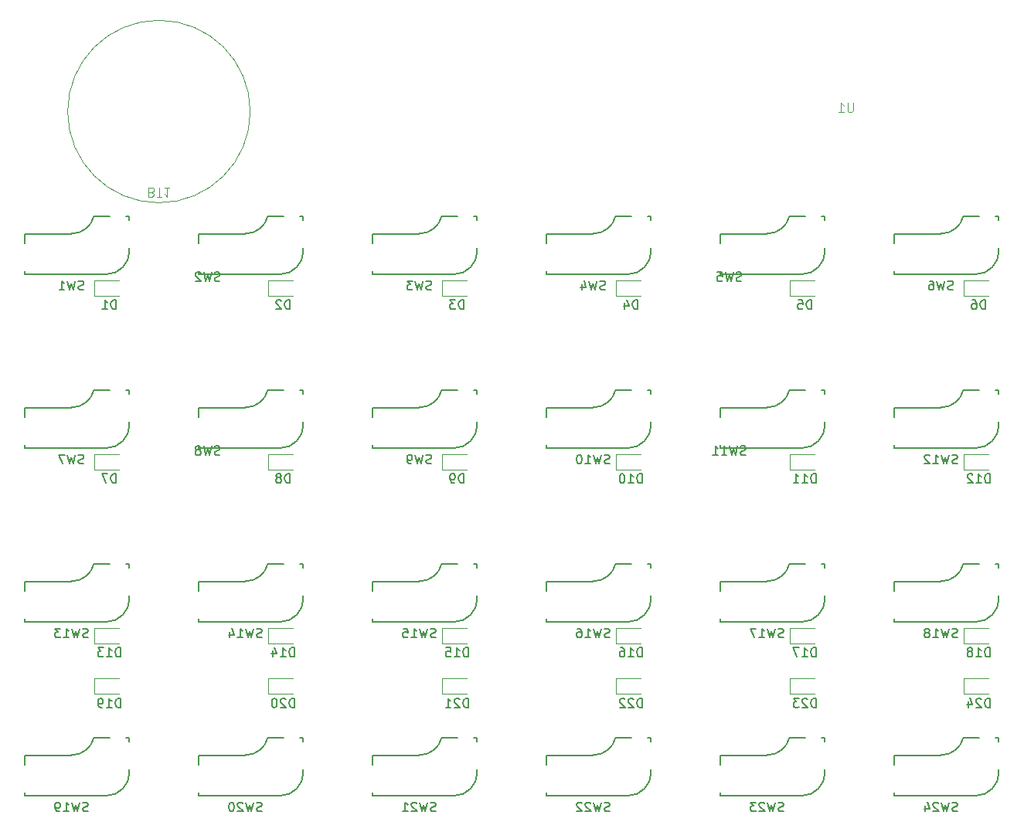
<source format=gbr>
%TF.GenerationSoftware,KiCad,Pcbnew,7.0.1*%
%TF.CreationDate,2023-05-06T18:31:28+10:00*%
%TF.ProjectId,switch_grid_test,73776974-6368-45f6-9772-69645f746573,rev?*%
%TF.SameCoordinates,Original*%
%TF.FileFunction,Legend,Bot*%
%TF.FilePolarity,Positive*%
%FSLAX46Y46*%
G04 Gerber Fmt 4.6, Leading zero omitted, Abs format (unit mm)*
G04 Created by KiCad (PCBNEW 7.0.1) date 2023-05-06 18:31:28*
%MOMM*%
%LPD*%
G01*
G04 APERTURE LIST*
%ADD10C,0.150000*%
%ADD11C,0.100000*%
%ADD12C,0.120000*%
G04 APERTURE END LIST*
D10*
%TO.C,SW6*%
X143933332Y-111570000D02*
X143790475Y-111617619D01*
X143790475Y-111617619D02*
X143552380Y-111617619D01*
X143552380Y-111617619D02*
X143457142Y-111570000D01*
X143457142Y-111570000D02*
X143409523Y-111522380D01*
X143409523Y-111522380D02*
X143361904Y-111427142D01*
X143361904Y-111427142D02*
X143361904Y-111331904D01*
X143361904Y-111331904D02*
X143409523Y-111236666D01*
X143409523Y-111236666D02*
X143457142Y-111189047D01*
X143457142Y-111189047D02*
X143552380Y-111141428D01*
X143552380Y-111141428D02*
X143742856Y-111093809D01*
X143742856Y-111093809D02*
X143838094Y-111046190D01*
X143838094Y-111046190D02*
X143885713Y-110998571D01*
X143885713Y-110998571D02*
X143933332Y-110903333D01*
X143933332Y-110903333D02*
X143933332Y-110808095D01*
X143933332Y-110808095D02*
X143885713Y-110712857D01*
X143885713Y-110712857D02*
X143838094Y-110665238D01*
X143838094Y-110665238D02*
X143742856Y-110617619D01*
X143742856Y-110617619D02*
X143504761Y-110617619D01*
X143504761Y-110617619D02*
X143361904Y-110665238D01*
X143028570Y-110617619D02*
X142790475Y-111617619D01*
X142790475Y-111617619D02*
X142599999Y-110903333D01*
X142599999Y-110903333D02*
X142409523Y-111617619D01*
X142409523Y-111617619D02*
X142171428Y-110617619D01*
X141361904Y-110617619D02*
X141552380Y-110617619D01*
X141552380Y-110617619D02*
X141647618Y-110665238D01*
X141647618Y-110665238D02*
X141695237Y-110712857D01*
X141695237Y-110712857D02*
X141790475Y-110855714D01*
X141790475Y-110855714D02*
X141838094Y-111046190D01*
X141838094Y-111046190D02*
X141838094Y-111427142D01*
X141838094Y-111427142D02*
X141790475Y-111522380D01*
X141790475Y-111522380D02*
X141742856Y-111570000D01*
X141742856Y-111570000D02*
X141647618Y-111617619D01*
X141647618Y-111617619D02*
X141457142Y-111617619D01*
X141457142Y-111617619D02*
X141361904Y-111570000D01*
X141361904Y-111570000D02*
X141314285Y-111522380D01*
X141314285Y-111522380D02*
X141266666Y-111427142D01*
X141266666Y-111427142D02*
X141266666Y-111189047D01*
X141266666Y-111189047D02*
X141314285Y-111093809D01*
X141314285Y-111093809D02*
X141361904Y-111046190D01*
X141361904Y-111046190D02*
X141457142Y-110998571D01*
X141457142Y-110998571D02*
X141647618Y-110998571D01*
X141647618Y-110998571D02*
X141742856Y-111046190D01*
X141742856Y-111046190D02*
X141790475Y-111093809D01*
X141790475Y-111093809D02*
X141838094Y-111189047D01*
%TO.C,SW9*%
X86783332Y-130620000D02*
X86640475Y-130667619D01*
X86640475Y-130667619D02*
X86402380Y-130667619D01*
X86402380Y-130667619D02*
X86307142Y-130620000D01*
X86307142Y-130620000D02*
X86259523Y-130572380D01*
X86259523Y-130572380D02*
X86211904Y-130477142D01*
X86211904Y-130477142D02*
X86211904Y-130381904D01*
X86211904Y-130381904D02*
X86259523Y-130286666D01*
X86259523Y-130286666D02*
X86307142Y-130239047D01*
X86307142Y-130239047D02*
X86402380Y-130191428D01*
X86402380Y-130191428D02*
X86592856Y-130143809D01*
X86592856Y-130143809D02*
X86688094Y-130096190D01*
X86688094Y-130096190D02*
X86735713Y-130048571D01*
X86735713Y-130048571D02*
X86783332Y-129953333D01*
X86783332Y-129953333D02*
X86783332Y-129858095D01*
X86783332Y-129858095D02*
X86735713Y-129762857D01*
X86735713Y-129762857D02*
X86688094Y-129715238D01*
X86688094Y-129715238D02*
X86592856Y-129667619D01*
X86592856Y-129667619D02*
X86354761Y-129667619D01*
X86354761Y-129667619D02*
X86211904Y-129715238D01*
X85878570Y-129667619D02*
X85640475Y-130667619D01*
X85640475Y-130667619D02*
X85449999Y-129953333D01*
X85449999Y-129953333D02*
X85259523Y-130667619D01*
X85259523Y-130667619D02*
X85021428Y-129667619D01*
X84592856Y-130667619D02*
X84402380Y-130667619D01*
X84402380Y-130667619D02*
X84307142Y-130620000D01*
X84307142Y-130620000D02*
X84259523Y-130572380D01*
X84259523Y-130572380D02*
X84164285Y-130429523D01*
X84164285Y-130429523D02*
X84116666Y-130239047D01*
X84116666Y-130239047D02*
X84116666Y-129858095D01*
X84116666Y-129858095D02*
X84164285Y-129762857D01*
X84164285Y-129762857D02*
X84211904Y-129715238D01*
X84211904Y-129715238D02*
X84307142Y-129667619D01*
X84307142Y-129667619D02*
X84497618Y-129667619D01*
X84497618Y-129667619D02*
X84592856Y-129715238D01*
X84592856Y-129715238D02*
X84640475Y-129762857D01*
X84640475Y-129762857D02*
X84688094Y-129858095D01*
X84688094Y-129858095D02*
X84688094Y-130096190D01*
X84688094Y-130096190D02*
X84640475Y-130191428D01*
X84640475Y-130191428D02*
X84592856Y-130239047D01*
X84592856Y-130239047D02*
X84497618Y-130286666D01*
X84497618Y-130286666D02*
X84307142Y-130286666D01*
X84307142Y-130286666D02*
X84211904Y-130239047D01*
X84211904Y-130239047D02*
X84164285Y-130191428D01*
X84164285Y-130191428D02*
X84116666Y-130096190D01*
%TO.C,SW20*%
X68209523Y-168720000D02*
X68066666Y-168767619D01*
X68066666Y-168767619D02*
X67828571Y-168767619D01*
X67828571Y-168767619D02*
X67733333Y-168720000D01*
X67733333Y-168720000D02*
X67685714Y-168672380D01*
X67685714Y-168672380D02*
X67638095Y-168577142D01*
X67638095Y-168577142D02*
X67638095Y-168481904D01*
X67638095Y-168481904D02*
X67685714Y-168386666D01*
X67685714Y-168386666D02*
X67733333Y-168339047D01*
X67733333Y-168339047D02*
X67828571Y-168291428D01*
X67828571Y-168291428D02*
X68019047Y-168243809D01*
X68019047Y-168243809D02*
X68114285Y-168196190D01*
X68114285Y-168196190D02*
X68161904Y-168148571D01*
X68161904Y-168148571D02*
X68209523Y-168053333D01*
X68209523Y-168053333D02*
X68209523Y-167958095D01*
X68209523Y-167958095D02*
X68161904Y-167862857D01*
X68161904Y-167862857D02*
X68114285Y-167815238D01*
X68114285Y-167815238D02*
X68019047Y-167767619D01*
X68019047Y-167767619D02*
X67780952Y-167767619D01*
X67780952Y-167767619D02*
X67638095Y-167815238D01*
X67304761Y-167767619D02*
X67066666Y-168767619D01*
X67066666Y-168767619D02*
X66876190Y-168053333D01*
X66876190Y-168053333D02*
X66685714Y-168767619D01*
X66685714Y-168767619D02*
X66447619Y-167767619D01*
X66114285Y-167862857D02*
X66066666Y-167815238D01*
X66066666Y-167815238D02*
X65971428Y-167767619D01*
X65971428Y-167767619D02*
X65733333Y-167767619D01*
X65733333Y-167767619D02*
X65638095Y-167815238D01*
X65638095Y-167815238D02*
X65590476Y-167862857D01*
X65590476Y-167862857D02*
X65542857Y-167958095D01*
X65542857Y-167958095D02*
X65542857Y-168053333D01*
X65542857Y-168053333D02*
X65590476Y-168196190D01*
X65590476Y-168196190D02*
X66161904Y-168767619D01*
X66161904Y-168767619D02*
X65542857Y-168767619D01*
X64923809Y-167767619D02*
X64828571Y-167767619D01*
X64828571Y-167767619D02*
X64733333Y-167815238D01*
X64733333Y-167815238D02*
X64685714Y-167862857D01*
X64685714Y-167862857D02*
X64638095Y-167958095D01*
X64638095Y-167958095D02*
X64590476Y-168148571D01*
X64590476Y-168148571D02*
X64590476Y-168386666D01*
X64590476Y-168386666D02*
X64638095Y-168577142D01*
X64638095Y-168577142D02*
X64685714Y-168672380D01*
X64685714Y-168672380D02*
X64733333Y-168720000D01*
X64733333Y-168720000D02*
X64828571Y-168767619D01*
X64828571Y-168767619D02*
X64923809Y-168767619D01*
X64923809Y-168767619D02*
X65019047Y-168720000D01*
X65019047Y-168720000D02*
X65066666Y-168672380D01*
X65066666Y-168672380D02*
X65114285Y-168577142D01*
X65114285Y-168577142D02*
X65161904Y-168386666D01*
X65161904Y-168386666D02*
X65161904Y-168148571D01*
X65161904Y-168148571D02*
X65114285Y-167958095D01*
X65114285Y-167958095D02*
X65066666Y-167862857D01*
X65066666Y-167862857D02*
X65019047Y-167815238D01*
X65019047Y-167815238D02*
X64923809Y-167767619D01*
%TO.C,SW19*%
X49159523Y-168720000D02*
X49016666Y-168767619D01*
X49016666Y-168767619D02*
X48778571Y-168767619D01*
X48778571Y-168767619D02*
X48683333Y-168720000D01*
X48683333Y-168720000D02*
X48635714Y-168672380D01*
X48635714Y-168672380D02*
X48588095Y-168577142D01*
X48588095Y-168577142D02*
X48588095Y-168481904D01*
X48588095Y-168481904D02*
X48635714Y-168386666D01*
X48635714Y-168386666D02*
X48683333Y-168339047D01*
X48683333Y-168339047D02*
X48778571Y-168291428D01*
X48778571Y-168291428D02*
X48969047Y-168243809D01*
X48969047Y-168243809D02*
X49064285Y-168196190D01*
X49064285Y-168196190D02*
X49111904Y-168148571D01*
X49111904Y-168148571D02*
X49159523Y-168053333D01*
X49159523Y-168053333D02*
X49159523Y-167958095D01*
X49159523Y-167958095D02*
X49111904Y-167862857D01*
X49111904Y-167862857D02*
X49064285Y-167815238D01*
X49064285Y-167815238D02*
X48969047Y-167767619D01*
X48969047Y-167767619D02*
X48730952Y-167767619D01*
X48730952Y-167767619D02*
X48588095Y-167815238D01*
X48254761Y-167767619D02*
X48016666Y-168767619D01*
X48016666Y-168767619D02*
X47826190Y-168053333D01*
X47826190Y-168053333D02*
X47635714Y-168767619D01*
X47635714Y-168767619D02*
X47397619Y-167767619D01*
X46492857Y-168767619D02*
X47064285Y-168767619D01*
X46778571Y-168767619D02*
X46778571Y-167767619D01*
X46778571Y-167767619D02*
X46873809Y-167910476D01*
X46873809Y-167910476D02*
X46969047Y-168005714D01*
X46969047Y-168005714D02*
X47064285Y-168053333D01*
X46016666Y-168767619D02*
X45826190Y-168767619D01*
X45826190Y-168767619D02*
X45730952Y-168720000D01*
X45730952Y-168720000D02*
X45683333Y-168672380D01*
X45683333Y-168672380D02*
X45588095Y-168529523D01*
X45588095Y-168529523D02*
X45540476Y-168339047D01*
X45540476Y-168339047D02*
X45540476Y-167958095D01*
X45540476Y-167958095D02*
X45588095Y-167862857D01*
X45588095Y-167862857D02*
X45635714Y-167815238D01*
X45635714Y-167815238D02*
X45730952Y-167767619D01*
X45730952Y-167767619D02*
X45921428Y-167767619D01*
X45921428Y-167767619D02*
X46016666Y-167815238D01*
X46016666Y-167815238D02*
X46064285Y-167862857D01*
X46064285Y-167862857D02*
X46111904Y-167958095D01*
X46111904Y-167958095D02*
X46111904Y-168196190D01*
X46111904Y-168196190D02*
X46064285Y-168291428D01*
X46064285Y-168291428D02*
X46016666Y-168339047D01*
X46016666Y-168339047D02*
X45921428Y-168386666D01*
X45921428Y-168386666D02*
X45730952Y-168386666D01*
X45730952Y-168386666D02*
X45635714Y-168339047D01*
X45635714Y-168339047D02*
X45588095Y-168291428D01*
X45588095Y-168291428D02*
X45540476Y-168196190D01*
%TO.C,SW5*%
X120753332Y-110620000D02*
X120610475Y-110667619D01*
X120610475Y-110667619D02*
X120372380Y-110667619D01*
X120372380Y-110667619D02*
X120277142Y-110620000D01*
X120277142Y-110620000D02*
X120229523Y-110572380D01*
X120229523Y-110572380D02*
X120181904Y-110477142D01*
X120181904Y-110477142D02*
X120181904Y-110381904D01*
X120181904Y-110381904D02*
X120229523Y-110286666D01*
X120229523Y-110286666D02*
X120277142Y-110239047D01*
X120277142Y-110239047D02*
X120372380Y-110191428D01*
X120372380Y-110191428D02*
X120562856Y-110143809D01*
X120562856Y-110143809D02*
X120658094Y-110096190D01*
X120658094Y-110096190D02*
X120705713Y-110048571D01*
X120705713Y-110048571D02*
X120753332Y-109953333D01*
X120753332Y-109953333D02*
X120753332Y-109858095D01*
X120753332Y-109858095D02*
X120705713Y-109762857D01*
X120705713Y-109762857D02*
X120658094Y-109715238D01*
X120658094Y-109715238D02*
X120562856Y-109667619D01*
X120562856Y-109667619D02*
X120324761Y-109667619D01*
X120324761Y-109667619D02*
X120181904Y-109715238D01*
X119848570Y-109667619D02*
X119610475Y-110667619D01*
X119610475Y-110667619D02*
X119419999Y-109953333D01*
X119419999Y-109953333D02*
X119229523Y-110667619D01*
X119229523Y-110667619D02*
X118991428Y-109667619D01*
X118134285Y-109667619D02*
X118610475Y-109667619D01*
X118610475Y-109667619D02*
X118658094Y-110143809D01*
X118658094Y-110143809D02*
X118610475Y-110096190D01*
X118610475Y-110096190D02*
X118515237Y-110048571D01*
X118515237Y-110048571D02*
X118277142Y-110048571D01*
X118277142Y-110048571D02*
X118181904Y-110096190D01*
X118181904Y-110096190D02*
X118134285Y-110143809D01*
X118134285Y-110143809D02*
X118086666Y-110239047D01*
X118086666Y-110239047D02*
X118086666Y-110477142D01*
X118086666Y-110477142D02*
X118134285Y-110572380D01*
X118134285Y-110572380D02*
X118181904Y-110620000D01*
X118181904Y-110620000D02*
X118277142Y-110667619D01*
X118277142Y-110667619D02*
X118515237Y-110667619D01*
X118515237Y-110667619D02*
X118610475Y-110620000D01*
X118610475Y-110620000D02*
X118658094Y-110572380D01*
%TO.C,SW12*%
X144409523Y-130620000D02*
X144266666Y-130667619D01*
X144266666Y-130667619D02*
X144028571Y-130667619D01*
X144028571Y-130667619D02*
X143933333Y-130620000D01*
X143933333Y-130620000D02*
X143885714Y-130572380D01*
X143885714Y-130572380D02*
X143838095Y-130477142D01*
X143838095Y-130477142D02*
X143838095Y-130381904D01*
X143838095Y-130381904D02*
X143885714Y-130286666D01*
X143885714Y-130286666D02*
X143933333Y-130239047D01*
X143933333Y-130239047D02*
X144028571Y-130191428D01*
X144028571Y-130191428D02*
X144219047Y-130143809D01*
X144219047Y-130143809D02*
X144314285Y-130096190D01*
X144314285Y-130096190D02*
X144361904Y-130048571D01*
X144361904Y-130048571D02*
X144409523Y-129953333D01*
X144409523Y-129953333D02*
X144409523Y-129858095D01*
X144409523Y-129858095D02*
X144361904Y-129762857D01*
X144361904Y-129762857D02*
X144314285Y-129715238D01*
X144314285Y-129715238D02*
X144219047Y-129667619D01*
X144219047Y-129667619D02*
X143980952Y-129667619D01*
X143980952Y-129667619D02*
X143838095Y-129715238D01*
X143504761Y-129667619D02*
X143266666Y-130667619D01*
X143266666Y-130667619D02*
X143076190Y-129953333D01*
X143076190Y-129953333D02*
X142885714Y-130667619D01*
X142885714Y-130667619D02*
X142647619Y-129667619D01*
X141742857Y-130667619D02*
X142314285Y-130667619D01*
X142028571Y-130667619D02*
X142028571Y-129667619D01*
X142028571Y-129667619D02*
X142123809Y-129810476D01*
X142123809Y-129810476D02*
X142219047Y-129905714D01*
X142219047Y-129905714D02*
X142314285Y-129953333D01*
X141361904Y-129762857D02*
X141314285Y-129715238D01*
X141314285Y-129715238D02*
X141219047Y-129667619D01*
X141219047Y-129667619D02*
X140980952Y-129667619D01*
X140980952Y-129667619D02*
X140885714Y-129715238D01*
X140885714Y-129715238D02*
X140838095Y-129762857D01*
X140838095Y-129762857D02*
X140790476Y-129858095D01*
X140790476Y-129858095D02*
X140790476Y-129953333D01*
X140790476Y-129953333D02*
X140838095Y-130096190D01*
X140838095Y-130096190D02*
X141409523Y-130667619D01*
X141409523Y-130667619D02*
X140790476Y-130667619D01*
%TO.C,SW2*%
X63603332Y-110620000D02*
X63460475Y-110667619D01*
X63460475Y-110667619D02*
X63222380Y-110667619D01*
X63222380Y-110667619D02*
X63127142Y-110620000D01*
X63127142Y-110620000D02*
X63079523Y-110572380D01*
X63079523Y-110572380D02*
X63031904Y-110477142D01*
X63031904Y-110477142D02*
X63031904Y-110381904D01*
X63031904Y-110381904D02*
X63079523Y-110286666D01*
X63079523Y-110286666D02*
X63127142Y-110239047D01*
X63127142Y-110239047D02*
X63222380Y-110191428D01*
X63222380Y-110191428D02*
X63412856Y-110143809D01*
X63412856Y-110143809D02*
X63508094Y-110096190D01*
X63508094Y-110096190D02*
X63555713Y-110048571D01*
X63555713Y-110048571D02*
X63603332Y-109953333D01*
X63603332Y-109953333D02*
X63603332Y-109858095D01*
X63603332Y-109858095D02*
X63555713Y-109762857D01*
X63555713Y-109762857D02*
X63508094Y-109715238D01*
X63508094Y-109715238D02*
X63412856Y-109667619D01*
X63412856Y-109667619D02*
X63174761Y-109667619D01*
X63174761Y-109667619D02*
X63031904Y-109715238D01*
X62698570Y-109667619D02*
X62460475Y-110667619D01*
X62460475Y-110667619D02*
X62269999Y-109953333D01*
X62269999Y-109953333D02*
X62079523Y-110667619D01*
X62079523Y-110667619D02*
X61841428Y-109667619D01*
X61508094Y-109762857D02*
X61460475Y-109715238D01*
X61460475Y-109715238D02*
X61365237Y-109667619D01*
X61365237Y-109667619D02*
X61127142Y-109667619D01*
X61127142Y-109667619D02*
X61031904Y-109715238D01*
X61031904Y-109715238D02*
X60984285Y-109762857D01*
X60984285Y-109762857D02*
X60936666Y-109858095D01*
X60936666Y-109858095D02*
X60936666Y-109953333D01*
X60936666Y-109953333D02*
X60984285Y-110096190D01*
X60984285Y-110096190D02*
X61555713Y-110667619D01*
X61555713Y-110667619D02*
X60936666Y-110667619D01*
%TO.C,SW4*%
X105833332Y-111570000D02*
X105690475Y-111617619D01*
X105690475Y-111617619D02*
X105452380Y-111617619D01*
X105452380Y-111617619D02*
X105357142Y-111570000D01*
X105357142Y-111570000D02*
X105309523Y-111522380D01*
X105309523Y-111522380D02*
X105261904Y-111427142D01*
X105261904Y-111427142D02*
X105261904Y-111331904D01*
X105261904Y-111331904D02*
X105309523Y-111236666D01*
X105309523Y-111236666D02*
X105357142Y-111189047D01*
X105357142Y-111189047D02*
X105452380Y-111141428D01*
X105452380Y-111141428D02*
X105642856Y-111093809D01*
X105642856Y-111093809D02*
X105738094Y-111046190D01*
X105738094Y-111046190D02*
X105785713Y-110998571D01*
X105785713Y-110998571D02*
X105833332Y-110903333D01*
X105833332Y-110903333D02*
X105833332Y-110808095D01*
X105833332Y-110808095D02*
X105785713Y-110712857D01*
X105785713Y-110712857D02*
X105738094Y-110665238D01*
X105738094Y-110665238D02*
X105642856Y-110617619D01*
X105642856Y-110617619D02*
X105404761Y-110617619D01*
X105404761Y-110617619D02*
X105261904Y-110665238D01*
X104928570Y-110617619D02*
X104690475Y-111617619D01*
X104690475Y-111617619D02*
X104499999Y-110903333D01*
X104499999Y-110903333D02*
X104309523Y-111617619D01*
X104309523Y-111617619D02*
X104071428Y-110617619D01*
X103261904Y-110950952D02*
X103261904Y-111617619D01*
X103499999Y-110570000D02*
X103738094Y-111284285D01*
X103738094Y-111284285D02*
X103119047Y-111284285D01*
%TO.C,SW7*%
X48683332Y-130620000D02*
X48540475Y-130667619D01*
X48540475Y-130667619D02*
X48302380Y-130667619D01*
X48302380Y-130667619D02*
X48207142Y-130620000D01*
X48207142Y-130620000D02*
X48159523Y-130572380D01*
X48159523Y-130572380D02*
X48111904Y-130477142D01*
X48111904Y-130477142D02*
X48111904Y-130381904D01*
X48111904Y-130381904D02*
X48159523Y-130286666D01*
X48159523Y-130286666D02*
X48207142Y-130239047D01*
X48207142Y-130239047D02*
X48302380Y-130191428D01*
X48302380Y-130191428D02*
X48492856Y-130143809D01*
X48492856Y-130143809D02*
X48588094Y-130096190D01*
X48588094Y-130096190D02*
X48635713Y-130048571D01*
X48635713Y-130048571D02*
X48683332Y-129953333D01*
X48683332Y-129953333D02*
X48683332Y-129858095D01*
X48683332Y-129858095D02*
X48635713Y-129762857D01*
X48635713Y-129762857D02*
X48588094Y-129715238D01*
X48588094Y-129715238D02*
X48492856Y-129667619D01*
X48492856Y-129667619D02*
X48254761Y-129667619D01*
X48254761Y-129667619D02*
X48111904Y-129715238D01*
X47778570Y-129667619D02*
X47540475Y-130667619D01*
X47540475Y-130667619D02*
X47349999Y-129953333D01*
X47349999Y-129953333D02*
X47159523Y-130667619D01*
X47159523Y-130667619D02*
X46921428Y-129667619D01*
X46635713Y-129667619D02*
X45969047Y-129667619D01*
X45969047Y-129667619D02*
X46397618Y-130667619D01*
%TO.C,SW22*%
X106309523Y-168720000D02*
X106166666Y-168767619D01*
X106166666Y-168767619D02*
X105928571Y-168767619D01*
X105928571Y-168767619D02*
X105833333Y-168720000D01*
X105833333Y-168720000D02*
X105785714Y-168672380D01*
X105785714Y-168672380D02*
X105738095Y-168577142D01*
X105738095Y-168577142D02*
X105738095Y-168481904D01*
X105738095Y-168481904D02*
X105785714Y-168386666D01*
X105785714Y-168386666D02*
X105833333Y-168339047D01*
X105833333Y-168339047D02*
X105928571Y-168291428D01*
X105928571Y-168291428D02*
X106119047Y-168243809D01*
X106119047Y-168243809D02*
X106214285Y-168196190D01*
X106214285Y-168196190D02*
X106261904Y-168148571D01*
X106261904Y-168148571D02*
X106309523Y-168053333D01*
X106309523Y-168053333D02*
X106309523Y-167958095D01*
X106309523Y-167958095D02*
X106261904Y-167862857D01*
X106261904Y-167862857D02*
X106214285Y-167815238D01*
X106214285Y-167815238D02*
X106119047Y-167767619D01*
X106119047Y-167767619D02*
X105880952Y-167767619D01*
X105880952Y-167767619D02*
X105738095Y-167815238D01*
X105404761Y-167767619D02*
X105166666Y-168767619D01*
X105166666Y-168767619D02*
X104976190Y-168053333D01*
X104976190Y-168053333D02*
X104785714Y-168767619D01*
X104785714Y-168767619D02*
X104547619Y-167767619D01*
X104214285Y-167862857D02*
X104166666Y-167815238D01*
X104166666Y-167815238D02*
X104071428Y-167767619D01*
X104071428Y-167767619D02*
X103833333Y-167767619D01*
X103833333Y-167767619D02*
X103738095Y-167815238D01*
X103738095Y-167815238D02*
X103690476Y-167862857D01*
X103690476Y-167862857D02*
X103642857Y-167958095D01*
X103642857Y-167958095D02*
X103642857Y-168053333D01*
X103642857Y-168053333D02*
X103690476Y-168196190D01*
X103690476Y-168196190D02*
X104261904Y-168767619D01*
X104261904Y-168767619D02*
X103642857Y-168767619D01*
X103261904Y-167862857D02*
X103214285Y-167815238D01*
X103214285Y-167815238D02*
X103119047Y-167767619D01*
X103119047Y-167767619D02*
X102880952Y-167767619D01*
X102880952Y-167767619D02*
X102785714Y-167815238D01*
X102785714Y-167815238D02*
X102738095Y-167862857D01*
X102738095Y-167862857D02*
X102690476Y-167958095D01*
X102690476Y-167958095D02*
X102690476Y-168053333D01*
X102690476Y-168053333D02*
X102738095Y-168196190D01*
X102738095Y-168196190D02*
X103309523Y-168767619D01*
X103309523Y-168767619D02*
X102690476Y-168767619D01*
%TO.C,SW21*%
X87259523Y-168720000D02*
X87116666Y-168767619D01*
X87116666Y-168767619D02*
X86878571Y-168767619D01*
X86878571Y-168767619D02*
X86783333Y-168720000D01*
X86783333Y-168720000D02*
X86735714Y-168672380D01*
X86735714Y-168672380D02*
X86688095Y-168577142D01*
X86688095Y-168577142D02*
X86688095Y-168481904D01*
X86688095Y-168481904D02*
X86735714Y-168386666D01*
X86735714Y-168386666D02*
X86783333Y-168339047D01*
X86783333Y-168339047D02*
X86878571Y-168291428D01*
X86878571Y-168291428D02*
X87069047Y-168243809D01*
X87069047Y-168243809D02*
X87164285Y-168196190D01*
X87164285Y-168196190D02*
X87211904Y-168148571D01*
X87211904Y-168148571D02*
X87259523Y-168053333D01*
X87259523Y-168053333D02*
X87259523Y-167958095D01*
X87259523Y-167958095D02*
X87211904Y-167862857D01*
X87211904Y-167862857D02*
X87164285Y-167815238D01*
X87164285Y-167815238D02*
X87069047Y-167767619D01*
X87069047Y-167767619D02*
X86830952Y-167767619D01*
X86830952Y-167767619D02*
X86688095Y-167815238D01*
X86354761Y-167767619D02*
X86116666Y-168767619D01*
X86116666Y-168767619D02*
X85926190Y-168053333D01*
X85926190Y-168053333D02*
X85735714Y-168767619D01*
X85735714Y-168767619D02*
X85497619Y-167767619D01*
X85164285Y-167862857D02*
X85116666Y-167815238D01*
X85116666Y-167815238D02*
X85021428Y-167767619D01*
X85021428Y-167767619D02*
X84783333Y-167767619D01*
X84783333Y-167767619D02*
X84688095Y-167815238D01*
X84688095Y-167815238D02*
X84640476Y-167862857D01*
X84640476Y-167862857D02*
X84592857Y-167958095D01*
X84592857Y-167958095D02*
X84592857Y-168053333D01*
X84592857Y-168053333D02*
X84640476Y-168196190D01*
X84640476Y-168196190D02*
X85211904Y-168767619D01*
X85211904Y-168767619D02*
X84592857Y-168767619D01*
X83640476Y-168767619D02*
X84211904Y-168767619D01*
X83926190Y-168767619D02*
X83926190Y-167767619D01*
X83926190Y-167767619D02*
X84021428Y-167910476D01*
X84021428Y-167910476D02*
X84116666Y-168005714D01*
X84116666Y-168005714D02*
X84211904Y-168053333D01*
%TO.C,SW18*%
X144409523Y-149670000D02*
X144266666Y-149717619D01*
X144266666Y-149717619D02*
X144028571Y-149717619D01*
X144028571Y-149717619D02*
X143933333Y-149670000D01*
X143933333Y-149670000D02*
X143885714Y-149622380D01*
X143885714Y-149622380D02*
X143838095Y-149527142D01*
X143838095Y-149527142D02*
X143838095Y-149431904D01*
X143838095Y-149431904D02*
X143885714Y-149336666D01*
X143885714Y-149336666D02*
X143933333Y-149289047D01*
X143933333Y-149289047D02*
X144028571Y-149241428D01*
X144028571Y-149241428D02*
X144219047Y-149193809D01*
X144219047Y-149193809D02*
X144314285Y-149146190D01*
X144314285Y-149146190D02*
X144361904Y-149098571D01*
X144361904Y-149098571D02*
X144409523Y-149003333D01*
X144409523Y-149003333D02*
X144409523Y-148908095D01*
X144409523Y-148908095D02*
X144361904Y-148812857D01*
X144361904Y-148812857D02*
X144314285Y-148765238D01*
X144314285Y-148765238D02*
X144219047Y-148717619D01*
X144219047Y-148717619D02*
X143980952Y-148717619D01*
X143980952Y-148717619D02*
X143838095Y-148765238D01*
X143504761Y-148717619D02*
X143266666Y-149717619D01*
X143266666Y-149717619D02*
X143076190Y-149003333D01*
X143076190Y-149003333D02*
X142885714Y-149717619D01*
X142885714Y-149717619D02*
X142647619Y-148717619D01*
X141742857Y-149717619D02*
X142314285Y-149717619D01*
X142028571Y-149717619D02*
X142028571Y-148717619D01*
X142028571Y-148717619D02*
X142123809Y-148860476D01*
X142123809Y-148860476D02*
X142219047Y-148955714D01*
X142219047Y-148955714D02*
X142314285Y-149003333D01*
X141171428Y-149146190D02*
X141266666Y-149098571D01*
X141266666Y-149098571D02*
X141314285Y-149050952D01*
X141314285Y-149050952D02*
X141361904Y-148955714D01*
X141361904Y-148955714D02*
X141361904Y-148908095D01*
X141361904Y-148908095D02*
X141314285Y-148812857D01*
X141314285Y-148812857D02*
X141266666Y-148765238D01*
X141266666Y-148765238D02*
X141171428Y-148717619D01*
X141171428Y-148717619D02*
X140980952Y-148717619D01*
X140980952Y-148717619D02*
X140885714Y-148765238D01*
X140885714Y-148765238D02*
X140838095Y-148812857D01*
X140838095Y-148812857D02*
X140790476Y-148908095D01*
X140790476Y-148908095D02*
X140790476Y-148955714D01*
X140790476Y-148955714D02*
X140838095Y-149050952D01*
X140838095Y-149050952D02*
X140885714Y-149098571D01*
X140885714Y-149098571D02*
X140980952Y-149146190D01*
X140980952Y-149146190D02*
X141171428Y-149146190D01*
X141171428Y-149146190D02*
X141266666Y-149193809D01*
X141266666Y-149193809D02*
X141314285Y-149241428D01*
X141314285Y-149241428D02*
X141361904Y-149336666D01*
X141361904Y-149336666D02*
X141361904Y-149527142D01*
X141361904Y-149527142D02*
X141314285Y-149622380D01*
X141314285Y-149622380D02*
X141266666Y-149670000D01*
X141266666Y-149670000D02*
X141171428Y-149717619D01*
X141171428Y-149717619D02*
X140980952Y-149717619D01*
X140980952Y-149717619D02*
X140885714Y-149670000D01*
X140885714Y-149670000D02*
X140838095Y-149622380D01*
X140838095Y-149622380D02*
X140790476Y-149527142D01*
X140790476Y-149527142D02*
X140790476Y-149336666D01*
X140790476Y-149336666D02*
X140838095Y-149241428D01*
X140838095Y-149241428D02*
X140885714Y-149193809D01*
X140885714Y-149193809D02*
X140980952Y-149146190D01*
%TO.C,SW13*%
X49159523Y-149670000D02*
X49016666Y-149717619D01*
X49016666Y-149717619D02*
X48778571Y-149717619D01*
X48778571Y-149717619D02*
X48683333Y-149670000D01*
X48683333Y-149670000D02*
X48635714Y-149622380D01*
X48635714Y-149622380D02*
X48588095Y-149527142D01*
X48588095Y-149527142D02*
X48588095Y-149431904D01*
X48588095Y-149431904D02*
X48635714Y-149336666D01*
X48635714Y-149336666D02*
X48683333Y-149289047D01*
X48683333Y-149289047D02*
X48778571Y-149241428D01*
X48778571Y-149241428D02*
X48969047Y-149193809D01*
X48969047Y-149193809D02*
X49064285Y-149146190D01*
X49064285Y-149146190D02*
X49111904Y-149098571D01*
X49111904Y-149098571D02*
X49159523Y-149003333D01*
X49159523Y-149003333D02*
X49159523Y-148908095D01*
X49159523Y-148908095D02*
X49111904Y-148812857D01*
X49111904Y-148812857D02*
X49064285Y-148765238D01*
X49064285Y-148765238D02*
X48969047Y-148717619D01*
X48969047Y-148717619D02*
X48730952Y-148717619D01*
X48730952Y-148717619D02*
X48588095Y-148765238D01*
X48254761Y-148717619D02*
X48016666Y-149717619D01*
X48016666Y-149717619D02*
X47826190Y-149003333D01*
X47826190Y-149003333D02*
X47635714Y-149717619D01*
X47635714Y-149717619D02*
X47397619Y-148717619D01*
X46492857Y-149717619D02*
X47064285Y-149717619D01*
X46778571Y-149717619D02*
X46778571Y-148717619D01*
X46778571Y-148717619D02*
X46873809Y-148860476D01*
X46873809Y-148860476D02*
X46969047Y-148955714D01*
X46969047Y-148955714D02*
X47064285Y-149003333D01*
X46159523Y-148717619D02*
X45540476Y-148717619D01*
X45540476Y-148717619D02*
X45873809Y-149098571D01*
X45873809Y-149098571D02*
X45730952Y-149098571D01*
X45730952Y-149098571D02*
X45635714Y-149146190D01*
X45635714Y-149146190D02*
X45588095Y-149193809D01*
X45588095Y-149193809D02*
X45540476Y-149289047D01*
X45540476Y-149289047D02*
X45540476Y-149527142D01*
X45540476Y-149527142D02*
X45588095Y-149622380D01*
X45588095Y-149622380D02*
X45635714Y-149670000D01*
X45635714Y-149670000D02*
X45730952Y-149717619D01*
X45730952Y-149717619D02*
X46016666Y-149717619D01*
X46016666Y-149717619D02*
X46111904Y-149670000D01*
X46111904Y-149670000D02*
X46159523Y-149622380D01*
%TO.C,SW23*%
X125359523Y-168720000D02*
X125216666Y-168767619D01*
X125216666Y-168767619D02*
X124978571Y-168767619D01*
X124978571Y-168767619D02*
X124883333Y-168720000D01*
X124883333Y-168720000D02*
X124835714Y-168672380D01*
X124835714Y-168672380D02*
X124788095Y-168577142D01*
X124788095Y-168577142D02*
X124788095Y-168481904D01*
X124788095Y-168481904D02*
X124835714Y-168386666D01*
X124835714Y-168386666D02*
X124883333Y-168339047D01*
X124883333Y-168339047D02*
X124978571Y-168291428D01*
X124978571Y-168291428D02*
X125169047Y-168243809D01*
X125169047Y-168243809D02*
X125264285Y-168196190D01*
X125264285Y-168196190D02*
X125311904Y-168148571D01*
X125311904Y-168148571D02*
X125359523Y-168053333D01*
X125359523Y-168053333D02*
X125359523Y-167958095D01*
X125359523Y-167958095D02*
X125311904Y-167862857D01*
X125311904Y-167862857D02*
X125264285Y-167815238D01*
X125264285Y-167815238D02*
X125169047Y-167767619D01*
X125169047Y-167767619D02*
X124930952Y-167767619D01*
X124930952Y-167767619D02*
X124788095Y-167815238D01*
X124454761Y-167767619D02*
X124216666Y-168767619D01*
X124216666Y-168767619D02*
X124026190Y-168053333D01*
X124026190Y-168053333D02*
X123835714Y-168767619D01*
X123835714Y-168767619D02*
X123597619Y-167767619D01*
X123264285Y-167862857D02*
X123216666Y-167815238D01*
X123216666Y-167815238D02*
X123121428Y-167767619D01*
X123121428Y-167767619D02*
X122883333Y-167767619D01*
X122883333Y-167767619D02*
X122788095Y-167815238D01*
X122788095Y-167815238D02*
X122740476Y-167862857D01*
X122740476Y-167862857D02*
X122692857Y-167958095D01*
X122692857Y-167958095D02*
X122692857Y-168053333D01*
X122692857Y-168053333D02*
X122740476Y-168196190D01*
X122740476Y-168196190D02*
X123311904Y-168767619D01*
X123311904Y-168767619D02*
X122692857Y-168767619D01*
X122359523Y-167767619D02*
X121740476Y-167767619D01*
X121740476Y-167767619D02*
X122073809Y-168148571D01*
X122073809Y-168148571D02*
X121930952Y-168148571D01*
X121930952Y-168148571D02*
X121835714Y-168196190D01*
X121835714Y-168196190D02*
X121788095Y-168243809D01*
X121788095Y-168243809D02*
X121740476Y-168339047D01*
X121740476Y-168339047D02*
X121740476Y-168577142D01*
X121740476Y-168577142D02*
X121788095Y-168672380D01*
X121788095Y-168672380D02*
X121835714Y-168720000D01*
X121835714Y-168720000D02*
X121930952Y-168767619D01*
X121930952Y-168767619D02*
X122216666Y-168767619D01*
X122216666Y-168767619D02*
X122311904Y-168720000D01*
X122311904Y-168720000D02*
X122359523Y-168672380D01*
%TO.C,SW24*%
X144409523Y-168720000D02*
X144266666Y-168767619D01*
X144266666Y-168767619D02*
X144028571Y-168767619D01*
X144028571Y-168767619D02*
X143933333Y-168720000D01*
X143933333Y-168720000D02*
X143885714Y-168672380D01*
X143885714Y-168672380D02*
X143838095Y-168577142D01*
X143838095Y-168577142D02*
X143838095Y-168481904D01*
X143838095Y-168481904D02*
X143885714Y-168386666D01*
X143885714Y-168386666D02*
X143933333Y-168339047D01*
X143933333Y-168339047D02*
X144028571Y-168291428D01*
X144028571Y-168291428D02*
X144219047Y-168243809D01*
X144219047Y-168243809D02*
X144314285Y-168196190D01*
X144314285Y-168196190D02*
X144361904Y-168148571D01*
X144361904Y-168148571D02*
X144409523Y-168053333D01*
X144409523Y-168053333D02*
X144409523Y-167958095D01*
X144409523Y-167958095D02*
X144361904Y-167862857D01*
X144361904Y-167862857D02*
X144314285Y-167815238D01*
X144314285Y-167815238D02*
X144219047Y-167767619D01*
X144219047Y-167767619D02*
X143980952Y-167767619D01*
X143980952Y-167767619D02*
X143838095Y-167815238D01*
X143504761Y-167767619D02*
X143266666Y-168767619D01*
X143266666Y-168767619D02*
X143076190Y-168053333D01*
X143076190Y-168053333D02*
X142885714Y-168767619D01*
X142885714Y-168767619D02*
X142647619Y-167767619D01*
X142314285Y-167862857D02*
X142266666Y-167815238D01*
X142266666Y-167815238D02*
X142171428Y-167767619D01*
X142171428Y-167767619D02*
X141933333Y-167767619D01*
X141933333Y-167767619D02*
X141838095Y-167815238D01*
X141838095Y-167815238D02*
X141790476Y-167862857D01*
X141790476Y-167862857D02*
X141742857Y-167958095D01*
X141742857Y-167958095D02*
X141742857Y-168053333D01*
X141742857Y-168053333D02*
X141790476Y-168196190D01*
X141790476Y-168196190D02*
X142361904Y-168767619D01*
X142361904Y-168767619D02*
X141742857Y-168767619D01*
X140885714Y-168100952D02*
X140885714Y-168767619D01*
X141123809Y-167720000D02*
X141361904Y-168434285D01*
X141361904Y-168434285D02*
X140742857Y-168434285D01*
%TO.C,SW14*%
X68209523Y-149670000D02*
X68066666Y-149717619D01*
X68066666Y-149717619D02*
X67828571Y-149717619D01*
X67828571Y-149717619D02*
X67733333Y-149670000D01*
X67733333Y-149670000D02*
X67685714Y-149622380D01*
X67685714Y-149622380D02*
X67638095Y-149527142D01*
X67638095Y-149527142D02*
X67638095Y-149431904D01*
X67638095Y-149431904D02*
X67685714Y-149336666D01*
X67685714Y-149336666D02*
X67733333Y-149289047D01*
X67733333Y-149289047D02*
X67828571Y-149241428D01*
X67828571Y-149241428D02*
X68019047Y-149193809D01*
X68019047Y-149193809D02*
X68114285Y-149146190D01*
X68114285Y-149146190D02*
X68161904Y-149098571D01*
X68161904Y-149098571D02*
X68209523Y-149003333D01*
X68209523Y-149003333D02*
X68209523Y-148908095D01*
X68209523Y-148908095D02*
X68161904Y-148812857D01*
X68161904Y-148812857D02*
X68114285Y-148765238D01*
X68114285Y-148765238D02*
X68019047Y-148717619D01*
X68019047Y-148717619D02*
X67780952Y-148717619D01*
X67780952Y-148717619D02*
X67638095Y-148765238D01*
X67304761Y-148717619D02*
X67066666Y-149717619D01*
X67066666Y-149717619D02*
X66876190Y-149003333D01*
X66876190Y-149003333D02*
X66685714Y-149717619D01*
X66685714Y-149717619D02*
X66447619Y-148717619D01*
X65542857Y-149717619D02*
X66114285Y-149717619D01*
X65828571Y-149717619D02*
X65828571Y-148717619D01*
X65828571Y-148717619D02*
X65923809Y-148860476D01*
X65923809Y-148860476D02*
X66019047Y-148955714D01*
X66019047Y-148955714D02*
X66114285Y-149003333D01*
X64685714Y-149050952D02*
X64685714Y-149717619D01*
X64923809Y-148670000D02*
X65161904Y-149384285D01*
X65161904Y-149384285D02*
X64542857Y-149384285D01*
%TO.C,SW16*%
X106309523Y-149670000D02*
X106166666Y-149717619D01*
X106166666Y-149717619D02*
X105928571Y-149717619D01*
X105928571Y-149717619D02*
X105833333Y-149670000D01*
X105833333Y-149670000D02*
X105785714Y-149622380D01*
X105785714Y-149622380D02*
X105738095Y-149527142D01*
X105738095Y-149527142D02*
X105738095Y-149431904D01*
X105738095Y-149431904D02*
X105785714Y-149336666D01*
X105785714Y-149336666D02*
X105833333Y-149289047D01*
X105833333Y-149289047D02*
X105928571Y-149241428D01*
X105928571Y-149241428D02*
X106119047Y-149193809D01*
X106119047Y-149193809D02*
X106214285Y-149146190D01*
X106214285Y-149146190D02*
X106261904Y-149098571D01*
X106261904Y-149098571D02*
X106309523Y-149003333D01*
X106309523Y-149003333D02*
X106309523Y-148908095D01*
X106309523Y-148908095D02*
X106261904Y-148812857D01*
X106261904Y-148812857D02*
X106214285Y-148765238D01*
X106214285Y-148765238D02*
X106119047Y-148717619D01*
X106119047Y-148717619D02*
X105880952Y-148717619D01*
X105880952Y-148717619D02*
X105738095Y-148765238D01*
X105404761Y-148717619D02*
X105166666Y-149717619D01*
X105166666Y-149717619D02*
X104976190Y-149003333D01*
X104976190Y-149003333D02*
X104785714Y-149717619D01*
X104785714Y-149717619D02*
X104547619Y-148717619D01*
X103642857Y-149717619D02*
X104214285Y-149717619D01*
X103928571Y-149717619D02*
X103928571Y-148717619D01*
X103928571Y-148717619D02*
X104023809Y-148860476D01*
X104023809Y-148860476D02*
X104119047Y-148955714D01*
X104119047Y-148955714D02*
X104214285Y-149003333D01*
X102785714Y-148717619D02*
X102976190Y-148717619D01*
X102976190Y-148717619D02*
X103071428Y-148765238D01*
X103071428Y-148765238D02*
X103119047Y-148812857D01*
X103119047Y-148812857D02*
X103214285Y-148955714D01*
X103214285Y-148955714D02*
X103261904Y-149146190D01*
X103261904Y-149146190D02*
X103261904Y-149527142D01*
X103261904Y-149527142D02*
X103214285Y-149622380D01*
X103214285Y-149622380D02*
X103166666Y-149670000D01*
X103166666Y-149670000D02*
X103071428Y-149717619D01*
X103071428Y-149717619D02*
X102880952Y-149717619D01*
X102880952Y-149717619D02*
X102785714Y-149670000D01*
X102785714Y-149670000D02*
X102738095Y-149622380D01*
X102738095Y-149622380D02*
X102690476Y-149527142D01*
X102690476Y-149527142D02*
X102690476Y-149289047D01*
X102690476Y-149289047D02*
X102738095Y-149193809D01*
X102738095Y-149193809D02*
X102785714Y-149146190D01*
X102785714Y-149146190D02*
X102880952Y-149098571D01*
X102880952Y-149098571D02*
X103071428Y-149098571D01*
X103071428Y-149098571D02*
X103166666Y-149146190D01*
X103166666Y-149146190D02*
X103214285Y-149193809D01*
X103214285Y-149193809D02*
X103261904Y-149289047D01*
%TO.C,SW10*%
X106309523Y-130620000D02*
X106166666Y-130667619D01*
X106166666Y-130667619D02*
X105928571Y-130667619D01*
X105928571Y-130667619D02*
X105833333Y-130620000D01*
X105833333Y-130620000D02*
X105785714Y-130572380D01*
X105785714Y-130572380D02*
X105738095Y-130477142D01*
X105738095Y-130477142D02*
X105738095Y-130381904D01*
X105738095Y-130381904D02*
X105785714Y-130286666D01*
X105785714Y-130286666D02*
X105833333Y-130239047D01*
X105833333Y-130239047D02*
X105928571Y-130191428D01*
X105928571Y-130191428D02*
X106119047Y-130143809D01*
X106119047Y-130143809D02*
X106214285Y-130096190D01*
X106214285Y-130096190D02*
X106261904Y-130048571D01*
X106261904Y-130048571D02*
X106309523Y-129953333D01*
X106309523Y-129953333D02*
X106309523Y-129858095D01*
X106309523Y-129858095D02*
X106261904Y-129762857D01*
X106261904Y-129762857D02*
X106214285Y-129715238D01*
X106214285Y-129715238D02*
X106119047Y-129667619D01*
X106119047Y-129667619D02*
X105880952Y-129667619D01*
X105880952Y-129667619D02*
X105738095Y-129715238D01*
X105404761Y-129667619D02*
X105166666Y-130667619D01*
X105166666Y-130667619D02*
X104976190Y-129953333D01*
X104976190Y-129953333D02*
X104785714Y-130667619D01*
X104785714Y-130667619D02*
X104547619Y-129667619D01*
X103642857Y-130667619D02*
X104214285Y-130667619D01*
X103928571Y-130667619D02*
X103928571Y-129667619D01*
X103928571Y-129667619D02*
X104023809Y-129810476D01*
X104023809Y-129810476D02*
X104119047Y-129905714D01*
X104119047Y-129905714D02*
X104214285Y-129953333D01*
X103023809Y-129667619D02*
X102928571Y-129667619D01*
X102928571Y-129667619D02*
X102833333Y-129715238D01*
X102833333Y-129715238D02*
X102785714Y-129762857D01*
X102785714Y-129762857D02*
X102738095Y-129858095D01*
X102738095Y-129858095D02*
X102690476Y-130048571D01*
X102690476Y-130048571D02*
X102690476Y-130286666D01*
X102690476Y-130286666D02*
X102738095Y-130477142D01*
X102738095Y-130477142D02*
X102785714Y-130572380D01*
X102785714Y-130572380D02*
X102833333Y-130620000D01*
X102833333Y-130620000D02*
X102928571Y-130667619D01*
X102928571Y-130667619D02*
X103023809Y-130667619D01*
X103023809Y-130667619D02*
X103119047Y-130620000D01*
X103119047Y-130620000D02*
X103166666Y-130572380D01*
X103166666Y-130572380D02*
X103214285Y-130477142D01*
X103214285Y-130477142D02*
X103261904Y-130286666D01*
X103261904Y-130286666D02*
X103261904Y-130048571D01*
X103261904Y-130048571D02*
X103214285Y-129858095D01*
X103214285Y-129858095D02*
X103166666Y-129762857D01*
X103166666Y-129762857D02*
X103119047Y-129715238D01*
X103119047Y-129715238D02*
X103023809Y-129667619D01*
%TO.C,SW1*%
X48683332Y-111570000D02*
X48540475Y-111617619D01*
X48540475Y-111617619D02*
X48302380Y-111617619D01*
X48302380Y-111617619D02*
X48207142Y-111570000D01*
X48207142Y-111570000D02*
X48159523Y-111522380D01*
X48159523Y-111522380D02*
X48111904Y-111427142D01*
X48111904Y-111427142D02*
X48111904Y-111331904D01*
X48111904Y-111331904D02*
X48159523Y-111236666D01*
X48159523Y-111236666D02*
X48207142Y-111189047D01*
X48207142Y-111189047D02*
X48302380Y-111141428D01*
X48302380Y-111141428D02*
X48492856Y-111093809D01*
X48492856Y-111093809D02*
X48588094Y-111046190D01*
X48588094Y-111046190D02*
X48635713Y-110998571D01*
X48635713Y-110998571D02*
X48683332Y-110903333D01*
X48683332Y-110903333D02*
X48683332Y-110808095D01*
X48683332Y-110808095D02*
X48635713Y-110712857D01*
X48635713Y-110712857D02*
X48588094Y-110665238D01*
X48588094Y-110665238D02*
X48492856Y-110617619D01*
X48492856Y-110617619D02*
X48254761Y-110617619D01*
X48254761Y-110617619D02*
X48111904Y-110665238D01*
X47778570Y-110617619D02*
X47540475Y-111617619D01*
X47540475Y-111617619D02*
X47349999Y-110903333D01*
X47349999Y-110903333D02*
X47159523Y-111617619D01*
X47159523Y-111617619D02*
X46921428Y-110617619D01*
X46016666Y-111617619D02*
X46588094Y-111617619D01*
X46302380Y-111617619D02*
X46302380Y-110617619D01*
X46302380Y-110617619D02*
X46397618Y-110760476D01*
X46397618Y-110760476D02*
X46492856Y-110855714D01*
X46492856Y-110855714D02*
X46588094Y-110903333D01*
%TO.C,SW15*%
X87259523Y-149670000D02*
X87116666Y-149717619D01*
X87116666Y-149717619D02*
X86878571Y-149717619D01*
X86878571Y-149717619D02*
X86783333Y-149670000D01*
X86783333Y-149670000D02*
X86735714Y-149622380D01*
X86735714Y-149622380D02*
X86688095Y-149527142D01*
X86688095Y-149527142D02*
X86688095Y-149431904D01*
X86688095Y-149431904D02*
X86735714Y-149336666D01*
X86735714Y-149336666D02*
X86783333Y-149289047D01*
X86783333Y-149289047D02*
X86878571Y-149241428D01*
X86878571Y-149241428D02*
X87069047Y-149193809D01*
X87069047Y-149193809D02*
X87164285Y-149146190D01*
X87164285Y-149146190D02*
X87211904Y-149098571D01*
X87211904Y-149098571D02*
X87259523Y-149003333D01*
X87259523Y-149003333D02*
X87259523Y-148908095D01*
X87259523Y-148908095D02*
X87211904Y-148812857D01*
X87211904Y-148812857D02*
X87164285Y-148765238D01*
X87164285Y-148765238D02*
X87069047Y-148717619D01*
X87069047Y-148717619D02*
X86830952Y-148717619D01*
X86830952Y-148717619D02*
X86688095Y-148765238D01*
X86354761Y-148717619D02*
X86116666Y-149717619D01*
X86116666Y-149717619D02*
X85926190Y-149003333D01*
X85926190Y-149003333D02*
X85735714Y-149717619D01*
X85735714Y-149717619D02*
X85497619Y-148717619D01*
X84592857Y-149717619D02*
X85164285Y-149717619D01*
X84878571Y-149717619D02*
X84878571Y-148717619D01*
X84878571Y-148717619D02*
X84973809Y-148860476D01*
X84973809Y-148860476D02*
X85069047Y-148955714D01*
X85069047Y-148955714D02*
X85164285Y-149003333D01*
X83688095Y-148717619D02*
X84164285Y-148717619D01*
X84164285Y-148717619D02*
X84211904Y-149193809D01*
X84211904Y-149193809D02*
X84164285Y-149146190D01*
X84164285Y-149146190D02*
X84069047Y-149098571D01*
X84069047Y-149098571D02*
X83830952Y-149098571D01*
X83830952Y-149098571D02*
X83735714Y-149146190D01*
X83735714Y-149146190D02*
X83688095Y-149193809D01*
X83688095Y-149193809D02*
X83640476Y-149289047D01*
X83640476Y-149289047D02*
X83640476Y-149527142D01*
X83640476Y-149527142D02*
X83688095Y-149622380D01*
X83688095Y-149622380D02*
X83735714Y-149670000D01*
X83735714Y-149670000D02*
X83830952Y-149717619D01*
X83830952Y-149717619D02*
X84069047Y-149717619D01*
X84069047Y-149717619D02*
X84164285Y-149670000D01*
X84164285Y-149670000D02*
X84211904Y-149622380D01*
%TO.C,SW8*%
X63603332Y-129670000D02*
X63460475Y-129717619D01*
X63460475Y-129717619D02*
X63222380Y-129717619D01*
X63222380Y-129717619D02*
X63127142Y-129670000D01*
X63127142Y-129670000D02*
X63079523Y-129622380D01*
X63079523Y-129622380D02*
X63031904Y-129527142D01*
X63031904Y-129527142D02*
X63031904Y-129431904D01*
X63031904Y-129431904D02*
X63079523Y-129336666D01*
X63079523Y-129336666D02*
X63127142Y-129289047D01*
X63127142Y-129289047D02*
X63222380Y-129241428D01*
X63222380Y-129241428D02*
X63412856Y-129193809D01*
X63412856Y-129193809D02*
X63508094Y-129146190D01*
X63508094Y-129146190D02*
X63555713Y-129098571D01*
X63555713Y-129098571D02*
X63603332Y-129003333D01*
X63603332Y-129003333D02*
X63603332Y-128908095D01*
X63603332Y-128908095D02*
X63555713Y-128812857D01*
X63555713Y-128812857D02*
X63508094Y-128765238D01*
X63508094Y-128765238D02*
X63412856Y-128717619D01*
X63412856Y-128717619D02*
X63174761Y-128717619D01*
X63174761Y-128717619D02*
X63031904Y-128765238D01*
X62698570Y-128717619D02*
X62460475Y-129717619D01*
X62460475Y-129717619D02*
X62269999Y-129003333D01*
X62269999Y-129003333D02*
X62079523Y-129717619D01*
X62079523Y-129717619D02*
X61841428Y-128717619D01*
X61317618Y-129146190D02*
X61412856Y-129098571D01*
X61412856Y-129098571D02*
X61460475Y-129050952D01*
X61460475Y-129050952D02*
X61508094Y-128955714D01*
X61508094Y-128955714D02*
X61508094Y-128908095D01*
X61508094Y-128908095D02*
X61460475Y-128812857D01*
X61460475Y-128812857D02*
X61412856Y-128765238D01*
X61412856Y-128765238D02*
X61317618Y-128717619D01*
X61317618Y-128717619D02*
X61127142Y-128717619D01*
X61127142Y-128717619D02*
X61031904Y-128765238D01*
X61031904Y-128765238D02*
X60984285Y-128812857D01*
X60984285Y-128812857D02*
X60936666Y-128908095D01*
X60936666Y-128908095D02*
X60936666Y-128955714D01*
X60936666Y-128955714D02*
X60984285Y-129050952D01*
X60984285Y-129050952D02*
X61031904Y-129098571D01*
X61031904Y-129098571D02*
X61127142Y-129146190D01*
X61127142Y-129146190D02*
X61317618Y-129146190D01*
X61317618Y-129146190D02*
X61412856Y-129193809D01*
X61412856Y-129193809D02*
X61460475Y-129241428D01*
X61460475Y-129241428D02*
X61508094Y-129336666D01*
X61508094Y-129336666D02*
X61508094Y-129527142D01*
X61508094Y-129527142D02*
X61460475Y-129622380D01*
X61460475Y-129622380D02*
X61412856Y-129670000D01*
X61412856Y-129670000D02*
X61317618Y-129717619D01*
X61317618Y-129717619D02*
X61127142Y-129717619D01*
X61127142Y-129717619D02*
X61031904Y-129670000D01*
X61031904Y-129670000D02*
X60984285Y-129622380D01*
X60984285Y-129622380D02*
X60936666Y-129527142D01*
X60936666Y-129527142D02*
X60936666Y-129336666D01*
X60936666Y-129336666D02*
X60984285Y-129241428D01*
X60984285Y-129241428D02*
X61031904Y-129193809D01*
X61031904Y-129193809D02*
X61127142Y-129146190D01*
%TO.C,SW3*%
X86783332Y-111570000D02*
X86640475Y-111617619D01*
X86640475Y-111617619D02*
X86402380Y-111617619D01*
X86402380Y-111617619D02*
X86307142Y-111570000D01*
X86307142Y-111570000D02*
X86259523Y-111522380D01*
X86259523Y-111522380D02*
X86211904Y-111427142D01*
X86211904Y-111427142D02*
X86211904Y-111331904D01*
X86211904Y-111331904D02*
X86259523Y-111236666D01*
X86259523Y-111236666D02*
X86307142Y-111189047D01*
X86307142Y-111189047D02*
X86402380Y-111141428D01*
X86402380Y-111141428D02*
X86592856Y-111093809D01*
X86592856Y-111093809D02*
X86688094Y-111046190D01*
X86688094Y-111046190D02*
X86735713Y-110998571D01*
X86735713Y-110998571D02*
X86783332Y-110903333D01*
X86783332Y-110903333D02*
X86783332Y-110808095D01*
X86783332Y-110808095D02*
X86735713Y-110712857D01*
X86735713Y-110712857D02*
X86688094Y-110665238D01*
X86688094Y-110665238D02*
X86592856Y-110617619D01*
X86592856Y-110617619D02*
X86354761Y-110617619D01*
X86354761Y-110617619D02*
X86211904Y-110665238D01*
X85878570Y-110617619D02*
X85640475Y-111617619D01*
X85640475Y-111617619D02*
X85449999Y-110903333D01*
X85449999Y-110903333D02*
X85259523Y-111617619D01*
X85259523Y-111617619D02*
X85021428Y-110617619D01*
X84735713Y-110617619D02*
X84116666Y-110617619D01*
X84116666Y-110617619D02*
X84449999Y-110998571D01*
X84449999Y-110998571D02*
X84307142Y-110998571D01*
X84307142Y-110998571D02*
X84211904Y-111046190D01*
X84211904Y-111046190D02*
X84164285Y-111093809D01*
X84164285Y-111093809D02*
X84116666Y-111189047D01*
X84116666Y-111189047D02*
X84116666Y-111427142D01*
X84116666Y-111427142D02*
X84164285Y-111522380D01*
X84164285Y-111522380D02*
X84211904Y-111570000D01*
X84211904Y-111570000D02*
X84307142Y-111617619D01*
X84307142Y-111617619D02*
X84592856Y-111617619D01*
X84592856Y-111617619D02*
X84688094Y-111570000D01*
X84688094Y-111570000D02*
X84735713Y-111522380D01*
%TO.C,SW17*%
X125359523Y-149670000D02*
X125216666Y-149717619D01*
X125216666Y-149717619D02*
X124978571Y-149717619D01*
X124978571Y-149717619D02*
X124883333Y-149670000D01*
X124883333Y-149670000D02*
X124835714Y-149622380D01*
X124835714Y-149622380D02*
X124788095Y-149527142D01*
X124788095Y-149527142D02*
X124788095Y-149431904D01*
X124788095Y-149431904D02*
X124835714Y-149336666D01*
X124835714Y-149336666D02*
X124883333Y-149289047D01*
X124883333Y-149289047D02*
X124978571Y-149241428D01*
X124978571Y-149241428D02*
X125169047Y-149193809D01*
X125169047Y-149193809D02*
X125264285Y-149146190D01*
X125264285Y-149146190D02*
X125311904Y-149098571D01*
X125311904Y-149098571D02*
X125359523Y-149003333D01*
X125359523Y-149003333D02*
X125359523Y-148908095D01*
X125359523Y-148908095D02*
X125311904Y-148812857D01*
X125311904Y-148812857D02*
X125264285Y-148765238D01*
X125264285Y-148765238D02*
X125169047Y-148717619D01*
X125169047Y-148717619D02*
X124930952Y-148717619D01*
X124930952Y-148717619D02*
X124788095Y-148765238D01*
X124454761Y-148717619D02*
X124216666Y-149717619D01*
X124216666Y-149717619D02*
X124026190Y-149003333D01*
X124026190Y-149003333D02*
X123835714Y-149717619D01*
X123835714Y-149717619D02*
X123597619Y-148717619D01*
X122692857Y-149717619D02*
X123264285Y-149717619D01*
X122978571Y-149717619D02*
X122978571Y-148717619D01*
X122978571Y-148717619D02*
X123073809Y-148860476D01*
X123073809Y-148860476D02*
X123169047Y-148955714D01*
X123169047Y-148955714D02*
X123264285Y-149003333D01*
X122359523Y-148717619D02*
X121692857Y-148717619D01*
X121692857Y-148717619D02*
X122121428Y-149717619D01*
%TO.C,SW11*%
X121229523Y-129670000D02*
X121086666Y-129717619D01*
X121086666Y-129717619D02*
X120848571Y-129717619D01*
X120848571Y-129717619D02*
X120753333Y-129670000D01*
X120753333Y-129670000D02*
X120705714Y-129622380D01*
X120705714Y-129622380D02*
X120658095Y-129527142D01*
X120658095Y-129527142D02*
X120658095Y-129431904D01*
X120658095Y-129431904D02*
X120705714Y-129336666D01*
X120705714Y-129336666D02*
X120753333Y-129289047D01*
X120753333Y-129289047D02*
X120848571Y-129241428D01*
X120848571Y-129241428D02*
X121039047Y-129193809D01*
X121039047Y-129193809D02*
X121134285Y-129146190D01*
X121134285Y-129146190D02*
X121181904Y-129098571D01*
X121181904Y-129098571D02*
X121229523Y-129003333D01*
X121229523Y-129003333D02*
X121229523Y-128908095D01*
X121229523Y-128908095D02*
X121181904Y-128812857D01*
X121181904Y-128812857D02*
X121134285Y-128765238D01*
X121134285Y-128765238D02*
X121039047Y-128717619D01*
X121039047Y-128717619D02*
X120800952Y-128717619D01*
X120800952Y-128717619D02*
X120658095Y-128765238D01*
X120324761Y-128717619D02*
X120086666Y-129717619D01*
X120086666Y-129717619D02*
X119896190Y-129003333D01*
X119896190Y-129003333D02*
X119705714Y-129717619D01*
X119705714Y-129717619D02*
X119467619Y-128717619D01*
X118562857Y-129717619D02*
X119134285Y-129717619D01*
X118848571Y-129717619D02*
X118848571Y-128717619D01*
X118848571Y-128717619D02*
X118943809Y-128860476D01*
X118943809Y-128860476D02*
X119039047Y-128955714D01*
X119039047Y-128955714D02*
X119134285Y-129003333D01*
X117610476Y-129717619D02*
X118181904Y-129717619D01*
X117896190Y-129717619D02*
X117896190Y-128717619D01*
X117896190Y-128717619D02*
X117991428Y-128860476D01*
X117991428Y-128860476D02*
X118086666Y-128955714D01*
X118086666Y-128955714D02*
X118181904Y-129003333D01*
%TO.C,D5*%
X128438094Y-113712619D02*
X128438094Y-112712619D01*
X128438094Y-112712619D02*
X128199999Y-112712619D01*
X128199999Y-112712619D02*
X128057142Y-112760238D01*
X128057142Y-112760238D02*
X127961904Y-112855476D01*
X127961904Y-112855476D02*
X127914285Y-112950714D01*
X127914285Y-112950714D02*
X127866666Y-113141190D01*
X127866666Y-113141190D02*
X127866666Y-113284047D01*
X127866666Y-113284047D02*
X127914285Y-113474523D01*
X127914285Y-113474523D02*
X127961904Y-113569761D01*
X127961904Y-113569761D02*
X128057142Y-113665000D01*
X128057142Y-113665000D02*
X128199999Y-113712619D01*
X128199999Y-113712619D02*
X128438094Y-113712619D01*
X126961904Y-112712619D02*
X127438094Y-112712619D01*
X127438094Y-112712619D02*
X127485713Y-113188809D01*
X127485713Y-113188809D02*
X127438094Y-113141190D01*
X127438094Y-113141190D02*
X127342856Y-113093571D01*
X127342856Y-113093571D02*
X127104761Y-113093571D01*
X127104761Y-113093571D02*
X127009523Y-113141190D01*
X127009523Y-113141190D02*
X126961904Y-113188809D01*
X126961904Y-113188809D02*
X126914285Y-113284047D01*
X126914285Y-113284047D02*
X126914285Y-113522142D01*
X126914285Y-113522142D02*
X126961904Y-113617380D01*
X126961904Y-113617380D02*
X127009523Y-113665000D01*
X127009523Y-113665000D02*
X127104761Y-113712619D01*
X127104761Y-113712619D02*
X127342856Y-113712619D01*
X127342856Y-113712619D02*
X127438094Y-113665000D01*
X127438094Y-113665000D02*
X127485713Y-113617380D01*
%TO.C,D17*%
X128914285Y-151812619D02*
X128914285Y-150812619D01*
X128914285Y-150812619D02*
X128676190Y-150812619D01*
X128676190Y-150812619D02*
X128533333Y-150860238D01*
X128533333Y-150860238D02*
X128438095Y-150955476D01*
X128438095Y-150955476D02*
X128390476Y-151050714D01*
X128390476Y-151050714D02*
X128342857Y-151241190D01*
X128342857Y-151241190D02*
X128342857Y-151384047D01*
X128342857Y-151384047D02*
X128390476Y-151574523D01*
X128390476Y-151574523D02*
X128438095Y-151669761D01*
X128438095Y-151669761D02*
X128533333Y-151765000D01*
X128533333Y-151765000D02*
X128676190Y-151812619D01*
X128676190Y-151812619D02*
X128914285Y-151812619D01*
X127390476Y-151812619D02*
X127961904Y-151812619D01*
X127676190Y-151812619D02*
X127676190Y-150812619D01*
X127676190Y-150812619D02*
X127771428Y-150955476D01*
X127771428Y-150955476D02*
X127866666Y-151050714D01*
X127866666Y-151050714D02*
X127961904Y-151098333D01*
X127057142Y-150812619D02*
X126390476Y-150812619D01*
X126390476Y-150812619D02*
X126819047Y-151812619D01*
%TO.C,D9*%
X90338094Y-132762619D02*
X90338094Y-131762619D01*
X90338094Y-131762619D02*
X90099999Y-131762619D01*
X90099999Y-131762619D02*
X89957142Y-131810238D01*
X89957142Y-131810238D02*
X89861904Y-131905476D01*
X89861904Y-131905476D02*
X89814285Y-132000714D01*
X89814285Y-132000714D02*
X89766666Y-132191190D01*
X89766666Y-132191190D02*
X89766666Y-132334047D01*
X89766666Y-132334047D02*
X89814285Y-132524523D01*
X89814285Y-132524523D02*
X89861904Y-132619761D01*
X89861904Y-132619761D02*
X89957142Y-132715000D01*
X89957142Y-132715000D02*
X90099999Y-132762619D01*
X90099999Y-132762619D02*
X90338094Y-132762619D01*
X89290475Y-132762619D02*
X89099999Y-132762619D01*
X89099999Y-132762619D02*
X89004761Y-132715000D01*
X89004761Y-132715000D02*
X88957142Y-132667380D01*
X88957142Y-132667380D02*
X88861904Y-132524523D01*
X88861904Y-132524523D02*
X88814285Y-132334047D01*
X88814285Y-132334047D02*
X88814285Y-131953095D01*
X88814285Y-131953095D02*
X88861904Y-131857857D01*
X88861904Y-131857857D02*
X88909523Y-131810238D01*
X88909523Y-131810238D02*
X89004761Y-131762619D01*
X89004761Y-131762619D02*
X89195237Y-131762619D01*
X89195237Y-131762619D02*
X89290475Y-131810238D01*
X89290475Y-131810238D02*
X89338094Y-131857857D01*
X89338094Y-131857857D02*
X89385713Y-131953095D01*
X89385713Y-131953095D02*
X89385713Y-132191190D01*
X89385713Y-132191190D02*
X89338094Y-132286428D01*
X89338094Y-132286428D02*
X89290475Y-132334047D01*
X89290475Y-132334047D02*
X89195237Y-132381666D01*
X89195237Y-132381666D02*
X89004761Y-132381666D01*
X89004761Y-132381666D02*
X88909523Y-132334047D01*
X88909523Y-132334047D02*
X88861904Y-132286428D01*
X88861904Y-132286428D02*
X88814285Y-132191190D01*
%TO.C,D6*%
X147488094Y-113712619D02*
X147488094Y-112712619D01*
X147488094Y-112712619D02*
X147249999Y-112712619D01*
X147249999Y-112712619D02*
X147107142Y-112760238D01*
X147107142Y-112760238D02*
X147011904Y-112855476D01*
X147011904Y-112855476D02*
X146964285Y-112950714D01*
X146964285Y-112950714D02*
X146916666Y-113141190D01*
X146916666Y-113141190D02*
X146916666Y-113284047D01*
X146916666Y-113284047D02*
X146964285Y-113474523D01*
X146964285Y-113474523D02*
X147011904Y-113569761D01*
X147011904Y-113569761D02*
X147107142Y-113665000D01*
X147107142Y-113665000D02*
X147249999Y-113712619D01*
X147249999Y-113712619D02*
X147488094Y-113712619D01*
X146059523Y-112712619D02*
X146249999Y-112712619D01*
X146249999Y-112712619D02*
X146345237Y-112760238D01*
X146345237Y-112760238D02*
X146392856Y-112807857D01*
X146392856Y-112807857D02*
X146488094Y-112950714D01*
X146488094Y-112950714D02*
X146535713Y-113141190D01*
X146535713Y-113141190D02*
X146535713Y-113522142D01*
X146535713Y-113522142D02*
X146488094Y-113617380D01*
X146488094Y-113617380D02*
X146440475Y-113665000D01*
X146440475Y-113665000D02*
X146345237Y-113712619D01*
X146345237Y-113712619D02*
X146154761Y-113712619D01*
X146154761Y-113712619D02*
X146059523Y-113665000D01*
X146059523Y-113665000D02*
X146011904Y-113617380D01*
X146011904Y-113617380D02*
X145964285Y-113522142D01*
X145964285Y-113522142D02*
X145964285Y-113284047D01*
X145964285Y-113284047D02*
X146011904Y-113188809D01*
X146011904Y-113188809D02*
X146059523Y-113141190D01*
X146059523Y-113141190D02*
X146154761Y-113093571D01*
X146154761Y-113093571D02*
X146345237Y-113093571D01*
X146345237Y-113093571D02*
X146440475Y-113141190D01*
X146440475Y-113141190D02*
X146488094Y-113188809D01*
X146488094Y-113188809D02*
X146535713Y-113284047D01*
%TO.C,D18*%
X147964285Y-151812619D02*
X147964285Y-150812619D01*
X147964285Y-150812619D02*
X147726190Y-150812619D01*
X147726190Y-150812619D02*
X147583333Y-150860238D01*
X147583333Y-150860238D02*
X147488095Y-150955476D01*
X147488095Y-150955476D02*
X147440476Y-151050714D01*
X147440476Y-151050714D02*
X147392857Y-151241190D01*
X147392857Y-151241190D02*
X147392857Y-151384047D01*
X147392857Y-151384047D02*
X147440476Y-151574523D01*
X147440476Y-151574523D02*
X147488095Y-151669761D01*
X147488095Y-151669761D02*
X147583333Y-151765000D01*
X147583333Y-151765000D02*
X147726190Y-151812619D01*
X147726190Y-151812619D02*
X147964285Y-151812619D01*
X146440476Y-151812619D02*
X147011904Y-151812619D01*
X146726190Y-151812619D02*
X146726190Y-150812619D01*
X146726190Y-150812619D02*
X146821428Y-150955476D01*
X146821428Y-150955476D02*
X146916666Y-151050714D01*
X146916666Y-151050714D02*
X147011904Y-151098333D01*
X145869047Y-151241190D02*
X145964285Y-151193571D01*
X145964285Y-151193571D02*
X146011904Y-151145952D01*
X146011904Y-151145952D02*
X146059523Y-151050714D01*
X146059523Y-151050714D02*
X146059523Y-151003095D01*
X146059523Y-151003095D02*
X146011904Y-150907857D01*
X146011904Y-150907857D02*
X145964285Y-150860238D01*
X145964285Y-150860238D02*
X145869047Y-150812619D01*
X145869047Y-150812619D02*
X145678571Y-150812619D01*
X145678571Y-150812619D02*
X145583333Y-150860238D01*
X145583333Y-150860238D02*
X145535714Y-150907857D01*
X145535714Y-150907857D02*
X145488095Y-151003095D01*
X145488095Y-151003095D02*
X145488095Y-151050714D01*
X145488095Y-151050714D02*
X145535714Y-151145952D01*
X145535714Y-151145952D02*
X145583333Y-151193571D01*
X145583333Y-151193571D02*
X145678571Y-151241190D01*
X145678571Y-151241190D02*
X145869047Y-151241190D01*
X145869047Y-151241190D02*
X145964285Y-151288809D01*
X145964285Y-151288809D02*
X146011904Y-151336428D01*
X146011904Y-151336428D02*
X146059523Y-151431666D01*
X146059523Y-151431666D02*
X146059523Y-151622142D01*
X146059523Y-151622142D02*
X146011904Y-151717380D01*
X146011904Y-151717380D02*
X145964285Y-151765000D01*
X145964285Y-151765000D02*
X145869047Y-151812619D01*
X145869047Y-151812619D02*
X145678571Y-151812619D01*
X145678571Y-151812619D02*
X145583333Y-151765000D01*
X145583333Y-151765000D02*
X145535714Y-151717380D01*
X145535714Y-151717380D02*
X145488095Y-151622142D01*
X145488095Y-151622142D02*
X145488095Y-151431666D01*
X145488095Y-151431666D02*
X145535714Y-151336428D01*
X145535714Y-151336428D02*
X145583333Y-151288809D01*
X145583333Y-151288809D02*
X145678571Y-151241190D01*
%TO.C,D14*%
X71764285Y-151812619D02*
X71764285Y-150812619D01*
X71764285Y-150812619D02*
X71526190Y-150812619D01*
X71526190Y-150812619D02*
X71383333Y-150860238D01*
X71383333Y-150860238D02*
X71288095Y-150955476D01*
X71288095Y-150955476D02*
X71240476Y-151050714D01*
X71240476Y-151050714D02*
X71192857Y-151241190D01*
X71192857Y-151241190D02*
X71192857Y-151384047D01*
X71192857Y-151384047D02*
X71240476Y-151574523D01*
X71240476Y-151574523D02*
X71288095Y-151669761D01*
X71288095Y-151669761D02*
X71383333Y-151765000D01*
X71383333Y-151765000D02*
X71526190Y-151812619D01*
X71526190Y-151812619D02*
X71764285Y-151812619D01*
X70240476Y-151812619D02*
X70811904Y-151812619D01*
X70526190Y-151812619D02*
X70526190Y-150812619D01*
X70526190Y-150812619D02*
X70621428Y-150955476D01*
X70621428Y-150955476D02*
X70716666Y-151050714D01*
X70716666Y-151050714D02*
X70811904Y-151098333D01*
X69383333Y-151145952D02*
X69383333Y-151812619D01*
X69621428Y-150765000D02*
X69859523Y-151479285D01*
X69859523Y-151479285D02*
X69240476Y-151479285D01*
%TO.C,D16*%
X109864285Y-151812619D02*
X109864285Y-150812619D01*
X109864285Y-150812619D02*
X109626190Y-150812619D01*
X109626190Y-150812619D02*
X109483333Y-150860238D01*
X109483333Y-150860238D02*
X109388095Y-150955476D01*
X109388095Y-150955476D02*
X109340476Y-151050714D01*
X109340476Y-151050714D02*
X109292857Y-151241190D01*
X109292857Y-151241190D02*
X109292857Y-151384047D01*
X109292857Y-151384047D02*
X109340476Y-151574523D01*
X109340476Y-151574523D02*
X109388095Y-151669761D01*
X109388095Y-151669761D02*
X109483333Y-151765000D01*
X109483333Y-151765000D02*
X109626190Y-151812619D01*
X109626190Y-151812619D02*
X109864285Y-151812619D01*
X108340476Y-151812619D02*
X108911904Y-151812619D01*
X108626190Y-151812619D02*
X108626190Y-150812619D01*
X108626190Y-150812619D02*
X108721428Y-150955476D01*
X108721428Y-150955476D02*
X108816666Y-151050714D01*
X108816666Y-151050714D02*
X108911904Y-151098333D01*
X107483333Y-150812619D02*
X107673809Y-150812619D01*
X107673809Y-150812619D02*
X107769047Y-150860238D01*
X107769047Y-150860238D02*
X107816666Y-150907857D01*
X107816666Y-150907857D02*
X107911904Y-151050714D01*
X107911904Y-151050714D02*
X107959523Y-151241190D01*
X107959523Y-151241190D02*
X107959523Y-151622142D01*
X107959523Y-151622142D02*
X107911904Y-151717380D01*
X107911904Y-151717380D02*
X107864285Y-151765000D01*
X107864285Y-151765000D02*
X107769047Y-151812619D01*
X107769047Y-151812619D02*
X107578571Y-151812619D01*
X107578571Y-151812619D02*
X107483333Y-151765000D01*
X107483333Y-151765000D02*
X107435714Y-151717380D01*
X107435714Y-151717380D02*
X107388095Y-151622142D01*
X107388095Y-151622142D02*
X107388095Y-151384047D01*
X107388095Y-151384047D02*
X107435714Y-151288809D01*
X107435714Y-151288809D02*
X107483333Y-151241190D01*
X107483333Y-151241190D02*
X107578571Y-151193571D01*
X107578571Y-151193571D02*
X107769047Y-151193571D01*
X107769047Y-151193571D02*
X107864285Y-151241190D01*
X107864285Y-151241190D02*
X107911904Y-151288809D01*
X107911904Y-151288809D02*
X107959523Y-151384047D01*
%TO.C,D10*%
X109864285Y-132762619D02*
X109864285Y-131762619D01*
X109864285Y-131762619D02*
X109626190Y-131762619D01*
X109626190Y-131762619D02*
X109483333Y-131810238D01*
X109483333Y-131810238D02*
X109388095Y-131905476D01*
X109388095Y-131905476D02*
X109340476Y-132000714D01*
X109340476Y-132000714D02*
X109292857Y-132191190D01*
X109292857Y-132191190D02*
X109292857Y-132334047D01*
X109292857Y-132334047D02*
X109340476Y-132524523D01*
X109340476Y-132524523D02*
X109388095Y-132619761D01*
X109388095Y-132619761D02*
X109483333Y-132715000D01*
X109483333Y-132715000D02*
X109626190Y-132762619D01*
X109626190Y-132762619D02*
X109864285Y-132762619D01*
X108340476Y-132762619D02*
X108911904Y-132762619D01*
X108626190Y-132762619D02*
X108626190Y-131762619D01*
X108626190Y-131762619D02*
X108721428Y-131905476D01*
X108721428Y-131905476D02*
X108816666Y-132000714D01*
X108816666Y-132000714D02*
X108911904Y-132048333D01*
X107721428Y-131762619D02*
X107626190Y-131762619D01*
X107626190Y-131762619D02*
X107530952Y-131810238D01*
X107530952Y-131810238D02*
X107483333Y-131857857D01*
X107483333Y-131857857D02*
X107435714Y-131953095D01*
X107435714Y-131953095D02*
X107388095Y-132143571D01*
X107388095Y-132143571D02*
X107388095Y-132381666D01*
X107388095Y-132381666D02*
X107435714Y-132572142D01*
X107435714Y-132572142D02*
X107483333Y-132667380D01*
X107483333Y-132667380D02*
X107530952Y-132715000D01*
X107530952Y-132715000D02*
X107626190Y-132762619D01*
X107626190Y-132762619D02*
X107721428Y-132762619D01*
X107721428Y-132762619D02*
X107816666Y-132715000D01*
X107816666Y-132715000D02*
X107864285Y-132667380D01*
X107864285Y-132667380D02*
X107911904Y-132572142D01*
X107911904Y-132572142D02*
X107959523Y-132381666D01*
X107959523Y-132381666D02*
X107959523Y-132143571D01*
X107959523Y-132143571D02*
X107911904Y-131953095D01*
X107911904Y-131953095D02*
X107864285Y-131857857D01*
X107864285Y-131857857D02*
X107816666Y-131810238D01*
X107816666Y-131810238D02*
X107721428Y-131762619D01*
D11*
%TO.C,U1*%
X132961904Y-91116119D02*
X132961904Y-91925642D01*
X132961904Y-91925642D02*
X132914285Y-92020880D01*
X132914285Y-92020880D02*
X132866666Y-92068500D01*
X132866666Y-92068500D02*
X132771428Y-92116119D01*
X132771428Y-92116119D02*
X132580952Y-92116119D01*
X132580952Y-92116119D02*
X132485714Y-92068500D01*
X132485714Y-92068500D02*
X132438095Y-92020880D01*
X132438095Y-92020880D02*
X132390476Y-91925642D01*
X132390476Y-91925642D02*
X132390476Y-91116119D01*
X131390476Y-92116119D02*
X131961904Y-92116119D01*
X131676190Y-92116119D02*
X131676190Y-91116119D01*
X131676190Y-91116119D02*
X131771428Y-91258976D01*
X131771428Y-91258976D02*
X131866666Y-91354214D01*
X131866666Y-91354214D02*
X131961904Y-91401833D01*
D10*
%TO.C,D8*%
X71288094Y-132762619D02*
X71288094Y-131762619D01*
X71288094Y-131762619D02*
X71049999Y-131762619D01*
X71049999Y-131762619D02*
X70907142Y-131810238D01*
X70907142Y-131810238D02*
X70811904Y-131905476D01*
X70811904Y-131905476D02*
X70764285Y-132000714D01*
X70764285Y-132000714D02*
X70716666Y-132191190D01*
X70716666Y-132191190D02*
X70716666Y-132334047D01*
X70716666Y-132334047D02*
X70764285Y-132524523D01*
X70764285Y-132524523D02*
X70811904Y-132619761D01*
X70811904Y-132619761D02*
X70907142Y-132715000D01*
X70907142Y-132715000D02*
X71049999Y-132762619D01*
X71049999Y-132762619D02*
X71288094Y-132762619D01*
X70145237Y-132191190D02*
X70240475Y-132143571D01*
X70240475Y-132143571D02*
X70288094Y-132095952D01*
X70288094Y-132095952D02*
X70335713Y-132000714D01*
X70335713Y-132000714D02*
X70335713Y-131953095D01*
X70335713Y-131953095D02*
X70288094Y-131857857D01*
X70288094Y-131857857D02*
X70240475Y-131810238D01*
X70240475Y-131810238D02*
X70145237Y-131762619D01*
X70145237Y-131762619D02*
X69954761Y-131762619D01*
X69954761Y-131762619D02*
X69859523Y-131810238D01*
X69859523Y-131810238D02*
X69811904Y-131857857D01*
X69811904Y-131857857D02*
X69764285Y-131953095D01*
X69764285Y-131953095D02*
X69764285Y-132000714D01*
X69764285Y-132000714D02*
X69811904Y-132095952D01*
X69811904Y-132095952D02*
X69859523Y-132143571D01*
X69859523Y-132143571D02*
X69954761Y-132191190D01*
X69954761Y-132191190D02*
X70145237Y-132191190D01*
X70145237Y-132191190D02*
X70240475Y-132238809D01*
X70240475Y-132238809D02*
X70288094Y-132286428D01*
X70288094Y-132286428D02*
X70335713Y-132381666D01*
X70335713Y-132381666D02*
X70335713Y-132572142D01*
X70335713Y-132572142D02*
X70288094Y-132667380D01*
X70288094Y-132667380D02*
X70240475Y-132715000D01*
X70240475Y-132715000D02*
X70145237Y-132762619D01*
X70145237Y-132762619D02*
X69954761Y-132762619D01*
X69954761Y-132762619D02*
X69859523Y-132715000D01*
X69859523Y-132715000D02*
X69811904Y-132667380D01*
X69811904Y-132667380D02*
X69764285Y-132572142D01*
X69764285Y-132572142D02*
X69764285Y-132381666D01*
X69764285Y-132381666D02*
X69811904Y-132286428D01*
X69811904Y-132286428D02*
X69859523Y-132238809D01*
X69859523Y-132238809D02*
X69954761Y-132191190D01*
%TO.C,D20*%
X71764285Y-157362619D02*
X71764285Y-156362619D01*
X71764285Y-156362619D02*
X71526190Y-156362619D01*
X71526190Y-156362619D02*
X71383333Y-156410238D01*
X71383333Y-156410238D02*
X71288095Y-156505476D01*
X71288095Y-156505476D02*
X71240476Y-156600714D01*
X71240476Y-156600714D02*
X71192857Y-156791190D01*
X71192857Y-156791190D02*
X71192857Y-156934047D01*
X71192857Y-156934047D02*
X71240476Y-157124523D01*
X71240476Y-157124523D02*
X71288095Y-157219761D01*
X71288095Y-157219761D02*
X71383333Y-157315000D01*
X71383333Y-157315000D02*
X71526190Y-157362619D01*
X71526190Y-157362619D02*
X71764285Y-157362619D01*
X70811904Y-156457857D02*
X70764285Y-156410238D01*
X70764285Y-156410238D02*
X70669047Y-156362619D01*
X70669047Y-156362619D02*
X70430952Y-156362619D01*
X70430952Y-156362619D02*
X70335714Y-156410238D01*
X70335714Y-156410238D02*
X70288095Y-156457857D01*
X70288095Y-156457857D02*
X70240476Y-156553095D01*
X70240476Y-156553095D02*
X70240476Y-156648333D01*
X70240476Y-156648333D02*
X70288095Y-156791190D01*
X70288095Y-156791190D02*
X70859523Y-157362619D01*
X70859523Y-157362619D02*
X70240476Y-157362619D01*
X69621428Y-156362619D02*
X69526190Y-156362619D01*
X69526190Y-156362619D02*
X69430952Y-156410238D01*
X69430952Y-156410238D02*
X69383333Y-156457857D01*
X69383333Y-156457857D02*
X69335714Y-156553095D01*
X69335714Y-156553095D02*
X69288095Y-156743571D01*
X69288095Y-156743571D02*
X69288095Y-156981666D01*
X69288095Y-156981666D02*
X69335714Y-157172142D01*
X69335714Y-157172142D02*
X69383333Y-157267380D01*
X69383333Y-157267380D02*
X69430952Y-157315000D01*
X69430952Y-157315000D02*
X69526190Y-157362619D01*
X69526190Y-157362619D02*
X69621428Y-157362619D01*
X69621428Y-157362619D02*
X69716666Y-157315000D01*
X69716666Y-157315000D02*
X69764285Y-157267380D01*
X69764285Y-157267380D02*
X69811904Y-157172142D01*
X69811904Y-157172142D02*
X69859523Y-156981666D01*
X69859523Y-156981666D02*
X69859523Y-156743571D01*
X69859523Y-156743571D02*
X69811904Y-156553095D01*
X69811904Y-156553095D02*
X69764285Y-156457857D01*
X69764285Y-156457857D02*
X69716666Y-156410238D01*
X69716666Y-156410238D02*
X69621428Y-156362619D01*
%TO.C,D1*%
X52238094Y-113712619D02*
X52238094Y-112712619D01*
X52238094Y-112712619D02*
X51999999Y-112712619D01*
X51999999Y-112712619D02*
X51857142Y-112760238D01*
X51857142Y-112760238D02*
X51761904Y-112855476D01*
X51761904Y-112855476D02*
X51714285Y-112950714D01*
X51714285Y-112950714D02*
X51666666Y-113141190D01*
X51666666Y-113141190D02*
X51666666Y-113284047D01*
X51666666Y-113284047D02*
X51714285Y-113474523D01*
X51714285Y-113474523D02*
X51761904Y-113569761D01*
X51761904Y-113569761D02*
X51857142Y-113665000D01*
X51857142Y-113665000D02*
X51999999Y-113712619D01*
X51999999Y-113712619D02*
X52238094Y-113712619D01*
X50714285Y-113712619D02*
X51285713Y-113712619D01*
X50999999Y-113712619D02*
X50999999Y-112712619D01*
X50999999Y-112712619D02*
X51095237Y-112855476D01*
X51095237Y-112855476D02*
X51190475Y-112950714D01*
X51190475Y-112950714D02*
X51285713Y-112998333D01*
%TO.C,D7*%
X52238094Y-132762619D02*
X52238094Y-131762619D01*
X52238094Y-131762619D02*
X51999999Y-131762619D01*
X51999999Y-131762619D02*
X51857142Y-131810238D01*
X51857142Y-131810238D02*
X51761904Y-131905476D01*
X51761904Y-131905476D02*
X51714285Y-132000714D01*
X51714285Y-132000714D02*
X51666666Y-132191190D01*
X51666666Y-132191190D02*
X51666666Y-132334047D01*
X51666666Y-132334047D02*
X51714285Y-132524523D01*
X51714285Y-132524523D02*
X51761904Y-132619761D01*
X51761904Y-132619761D02*
X51857142Y-132715000D01*
X51857142Y-132715000D02*
X51999999Y-132762619D01*
X51999999Y-132762619D02*
X52238094Y-132762619D01*
X51333332Y-131762619D02*
X50666666Y-131762619D01*
X50666666Y-131762619D02*
X51095237Y-132762619D01*
%TO.C,D4*%
X109388094Y-113712619D02*
X109388094Y-112712619D01*
X109388094Y-112712619D02*
X109149999Y-112712619D01*
X109149999Y-112712619D02*
X109007142Y-112760238D01*
X109007142Y-112760238D02*
X108911904Y-112855476D01*
X108911904Y-112855476D02*
X108864285Y-112950714D01*
X108864285Y-112950714D02*
X108816666Y-113141190D01*
X108816666Y-113141190D02*
X108816666Y-113284047D01*
X108816666Y-113284047D02*
X108864285Y-113474523D01*
X108864285Y-113474523D02*
X108911904Y-113569761D01*
X108911904Y-113569761D02*
X109007142Y-113665000D01*
X109007142Y-113665000D02*
X109149999Y-113712619D01*
X109149999Y-113712619D02*
X109388094Y-113712619D01*
X107959523Y-113045952D02*
X107959523Y-113712619D01*
X108197618Y-112665000D02*
X108435713Y-113379285D01*
X108435713Y-113379285D02*
X107816666Y-113379285D01*
%TO.C,D24*%
X147964285Y-157362619D02*
X147964285Y-156362619D01*
X147964285Y-156362619D02*
X147726190Y-156362619D01*
X147726190Y-156362619D02*
X147583333Y-156410238D01*
X147583333Y-156410238D02*
X147488095Y-156505476D01*
X147488095Y-156505476D02*
X147440476Y-156600714D01*
X147440476Y-156600714D02*
X147392857Y-156791190D01*
X147392857Y-156791190D02*
X147392857Y-156934047D01*
X147392857Y-156934047D02*
X147440476Y-157124523D01*
X147440476Y-157124523D02*
X147488095Y-157219761D01*
X147488095Y-157219761D02*
X147583333Y-157315000D01*
X147583333Y-157315000D02*
X147726190Y-157362619D01*
X147726190Y-157362619D02*
X147964285Y-157362619D01*
X147011904Y-156457857D02*
X146964285Y-156410238D01*
X146964285Y-156410238D02*
X146869047Y-156362619D01*
X146869047Y-156362619D02*
X146630952Y-156362619D01*
X146630952Y-156362619D02*
X146535714Y-156410238D01*
X146535714Y-156410238D02*
X146488095Y-156457857D01*
X146488095Y-156457857D02*
X146440476Y-156553095D01*
X146440476Y-156553095D02*
X146440476Y-156648333D01*
X146440476Y-156648333D02*
X146488095Y-156791190D01*
X146488095Y-156791190D02*
X147059523Y-157362619D01*
X147059523Y-157362619D02*
X146440476Y-157362619D01*
X145583333Y-156695952D02*
X145583333Y-157362619D01*
X145821428Y-156315000D02*
X146059523Y-157029285D01*
X146059523Y-157029285D02*
X145440476Y-157029285D01*
%TO.C,D15*%
X90814285Y-151812619D02*
X90814285Y-150812619D01*
X90814285Y-150812619D02*
X90576190Y-150812619D01*
X90576190Y-150812619D02*
X90433333Y-150860238D01*
X90433333Y-150860238D02*
X90338095Y-150955476D01*
X90338095Y-150955476D02*
X90290476Y-151050714D01*
X90290476Y-151050714D02*
X90242857Y-151241190D01*
X90242857Y-151241190D02*
X90242857Y-151384047D01*
X90242857Y-151384047D02*
X90290476Y-151574523D01*
X90290476Y-151574523D02*
X90338095Y-151669761D01*
X90338095Y-151669761D02*
X90433333Y-151765000D01*
X90433333Y-151765000D02*
X90576190Y-151812619D01*
X90576190Y-151812619D02*
X90814285Y-151812619D01*
X89290476Y-151812619D02*
X89861904Y-151812619D01*
X89576190Y-151812619D02*
X89576190Y-150812619D01*
X89576190Y-150812619D02*
X89671428Y-150955476D01*
X89671428Y-150955476D02*
X89766666Y-151050714D01*
X89766666Y-151050714D02*
X89861904Y-151098333D01*
X88385714Y-150812619D02*
X88861904Y-150812619D01*
X88861904Y-150812619D02*
X88909523Y-151288809D01*
X88909523Y-151288809D02*
X88861904Y-151241190D01*
X88861904Y-151241190D02*
X88766666Y-151193571D01*
X88766666Y-151193571D02*
X88528571Y-151193571D01*
X88528571Y-151193571D02*
X88433333Y-151241190D01*
X88433333Y-151241190D02*
X88385714Y-151288809D01*
X88385714Y-151288809D02*
X88338095Y-151384047D01*
X88338095Y-151384047D02*
X88338095Y-151622142D01*
X88338095Y-151622142D02*
X88385714Y-151717380D01*
X88385714Y-151717380D02*
X88433333Y-151765000D01*
X88433333Y-151765000D02*
X88528571Y-151812619D01*
X88528571Y-151812619D02*
X88766666Y-151812619D01*
X88766666Y-151812619D02*
X88861904Y-151765000D01*
X88861904Y-151765000D02*
X88909523Y-151717380D01*
%TO.C,D22*%
X109864285Y-157362619D02*
X109864285Y-156362619D01*
X109864285Y-156362619D02*
X109626190Y-156362619D01*
X109626190Y-156362619D02*
X109483333Y-156410238D01*
X109483333Y-156410238D02*
X109388095Y-156505476D01*
X109388095Y-156505476D02*
X109340476Y-156600714D01*
X109340476Y-156600714D02*
X109292857Y-156791190D01*
X109292857Y-156791190D02*
X109292857Y-156934047D01*
X109292857Y-156934047D02*
X109340476Y-157124523D01*
X109340476Y-157124523D02*
X109388095Y-157219761D01*
X109388095Y-157219761D02*
X109483333Y-157315000D01*
X109483333Y-157315000D02*
X109626190Y-157362619D01*
X109626190Y-157362619D02*
X109864285Y-157362619D01*
X108911904Y-156457857D02*
X108864285Y-156410238D01*
X108864285Y-156410238D02*
X108769047Y-156362619D01*
X108769047Y-156362619D02*
X108530952Y-156362619D01*
X108530952Y-156362619D02*
X108435714Y-156410238D01*
X108435714Y-156410238D02*
X108388095Y-156457857D01*
X108388095Y-156457857D02*
X108340476Y-156553095D01*
X108340476Y-156553095D02*
X108340476Y-156648333D01*
X108340476Y-156648333D02*
X108388095Y-156791190D01*
X108388095Y-156791190D02*
X108959523Y-157362619D01*
X108959523Y-157362619D02*
X108340476Y-157362619D01*
X107959523Y-156457857D02*
X107911904Y-156410238D01*
X107911904Y-156410238D02*
X107816666Y-156362619D01*
X107816666Y-156362619D02*
X107578571Y-156362619D01*
X107578571Y-156362619D02*
X107483333Y-156410238D01*
X107483333Y-156410238D02*
X107435714Y-156457857D01*
X107435714Y-156457857D02*
X107388095Y-156553095D01*
X107388095Y-156553095D02*
X107388095Y-156648333D01*
X107388095Y-156648333D02*
X107435714Y-156791190D01*
X107435714Y-156791190D02*
X108007142Y-157362619D01*
X108007142Y-157362619D02*
X107388095Y-157362619D01*
%TO.C,D2*%
X71288094Y-113712619D02*
X71288094Y-112712619D01*
X71288094Y-112712619D02*
X71049999Y-112712619D01*
X71049999Y-112712619D02*
X70907142Y-112760238D01*
X70907142Y-112760238D02*
X70811904Y-112855476D01*
X70811904Y-112855476D02*
X70764285Y-112950714D01*
X70764285Y-112950714D02*
X70716666Y-113141190D01*
X70716666Y-113141190D02*
X70716666Y-113284047D01*
X70716666Y-113284047D02*
X70764285Y-113474523D01*
X70764285Y-113474523D02*
X70811904Y-113569761D01*
X70811904Y-113569761D02*
X70907142Y-113665000D01*
X70907142Y-113665000D02*
X71049999Y-113712619D01*
X71049999Y-113712619D02*
X71288094Y-113712619D01*
X70335713Y-112807857D02*
X70288094Y-112760238D01*
X70288094Y-112760238D02*
X70192856Y-112712619D01*
X70192856Y-112712619D02*
X69954761Y-112712619D01*
X69954761Y-112712619D02*
X69859523Y-112760238D01*
X69859523Y-112760238D02*
X69811904Y-112807857D01*
X69811904Y-112807857D02*
X69764285Y-112903095D01*
X69764285Y-112903095D02*
X69764285Y-112998333D01*
X69764285Y-112998333D02*
X69811904Y-113141190D01*
X69811904Y-113141190D02*
X70383332Y-113712619D01*
X70383332Y-113712619D02*
X69764285Y-113712619D01*
%TO.C,D11*%
X128914285Y-132762619D02*
X128914285Y-131762619D01*
X128914285Y-131762619D02*
X128676190Y-131762619D01*
X128676190Y-131762619D02*
X128533333Y-131810238D01*
X128533333Y-131810238D02*
X128438095Y-131905476D01*
X128438095Y-131905476D02*
X128390476Y-132000714D01*
X128390476Y-132000714D02*
X128342857Y-132191190D01*
X128342857Y-132191190D02*
X128342857Y-132334047D01*
X128342857Y-132334047D02*
X128390476Y-132524523D01*
X128390476Y-132524523D02*
X128438095Y-132619761D01*
X128438095Y-132619761D02*
X128533333Y-132715000D01*
X128533333Y-132715000D02*
X128676190Y-132762619D01*
X128676190Y-132762619D02*
X128914285Y-132762619D01*
X127390476Y-132762619D02*
X127961904Y-132762619D01*
X127676190Y-132762619D02*
X127676190Y-131762619D01*
X127676190Y-131762619D02*
X127771428Y-131905476D01*
X127771428Y-131905476D02*
X127866666Y-132000714D01*
X127866666Y-132000714D02*
X127961904Y-132048333D01*
X126438095Y-132762619D02*
X127009523Y-132762619D01*
X126723809Y-132762619D02*
X126723809Y-131762619D01*
X126723809Y-131762619D02*
X126819047Y-131905476D01*
X126819047Y-131905476D02*
X126914285Y-132000714D01*
X126914285Y-132000714D02*
X127009523Y-132048333D01*
D11*
%TO.C,BT1*%
X56151285Y-100911190D02*
X56294142Y-100863571D01*
X56294142Y-100863571D02*
X56341761Y-100815952D01*
X56341761Y-100815952D02*
X56389380Y-100720714D01*
X56389380Y-100720714D02*
X56389380Y-100577857D01*
X56389380Y-100577857D02*
X56341761Y-100482619D01*
X56341761Y-100482619D02*
X56294142Y-100435000D01*
X56294142Y-100435000D02*
X56198904Y-100387380D01*
X56198904Y-100387380D02*
X55817952Y-100387380D01*
X55817952Y-100387380D02*
X55817952Y-101387380D01*
X55817952Y-101387380D02*
X56151285Y-101387380D01*
X56151285Y-101387380D02*
X56246523Y-101339761D01*
X56246523Y-101339761D02*
X56294142Y-101292142D01*
X56294142Y-101292142D02*
X56341761Y-101196904D01*
X56341761Y-101196904D02*
X56341761Y-101101666D01*
X56341761Y-101101666D02*
X56294142Y-101006428D01*
X56294142Y-101006428D02*
X56246523Y-100958809D01*
X56246523Y-100958809D02*
X56151285Y-100911190D01*
X56151285Y-100911190D02*
X55817952Y-100911190D01*
X56675095Y-101387380D02*
X57246523Y-101387380D01*
X56960809Y-100387380D02*
X56960809Y-101387380D01*
X58103666Y-100387380D02*
X57532238Y-100387380D01*
X57817952Y-100387380D02*
X57817952Y-101387380D01*
X57817952Y-101387380D02*
X57722714Y-101244523D01*
X57722714Y-101244523D02*
X57627476Y-101149285D01*
X57627476Y-101149285D02*
X57532238Y-101101666D01*
D10*
%TO.C,D21*%
X90814285Y-157362619D02*
X90814285Y-156362619D01*
X90814285Y-156362619D02*
X90576190Y-156362619D01*
X90576190Y-156362619D02*
X90433333Y-156410238D01*
X90433333Y-156410238D02*
X90338095Y-156505476D01*
X90338095Y-156505476D02*
X90290476Y-156600714D01*
X90290476Y-156600714D02*
X90242857Y-156791190D01*
X90242857Y-156791190D02*
X90242857Y-156934047D01*
X90242857Y-156934047D02*
X90290476Y-157124523D01*
X90290476Y-157124523D02*
X90338095Y-157219761D01*
X90338095Y-157219761D02*
X90433333Y-157315000D01*
X90433333Y-157315000D02*
X90576190Y-157362619D01*
X90576190Y-157362619D02*
X90814285Y-157362619D01*
X89861904Y-156457857D02*
X89814285Y-156410238D01*
X89814285Y-156410238D02*
X89719047Y-156362619D01*
X89719047Y-156362619D02*
X89480952Y-156362619D01*
X89480952Y-156362619D02*
X89385714Y-156410238D01*
X89385714Y-156410238D02*
X89338095Y-156457857D01*
X89338095Y-156457857D02*
X89290476Y-156553095D01*
X89290476Y-156553095D02*
X89290476Y-156648333D01*
X89290476Y-156648333D02*
X89338095Y-156791190D01*
X89338095Y-156791190D02*
X89909523Y-157362619D01*
X89909523Y-157362619D02*
X89290476Y-157362619D01*
X88338095Y-157362619D02*
X88909523Y-157362619D01*
X88623809Y-157362619D02*
X88623809Y-156362619D01*
X88623809Y-156362619D02*
X88719047Y-156505476D01*
X88719047Y-156505476D02*
X88814285Y-156600714D01*
X88814285Y-156600714D02*
X88909523Y-156648333D01*
%TO.C,D19*%
X52714285Y-157362619D02*
X52714285Y-156362619D01*
X52714285Y-156362619D02*
X52476190Y-156362619D01*
X52476190Y-156362619D02*
X52333333Y-156410238D01*
X52333333Y-156410238D02*
X52238095Y-156505476D01*
X52238095Y-156505476D02*
X52190476Y-156600714D01*
X52190476Y-156600714D02*
X52142857Y-156791190D01*
X52142857Y-156791190D02*
X52142857Y-156934047D01*
X52142857Y-156934047D02*
X52190476Y-157124523D01*
X52190476Y-157124523D02*
X52238095Y-157219761D01*
X52238095Y-157219761D02*
X52333333Y-157315000D01*
X52333333Y-157315000D02*
X52476190Y-157362619D01*
X52476190Y-157362619D02*
X52714285Y-157362619D01*
X51190476Y-157362619D02*
X51761904Y-157362619D01*
X51476190Y-157362619D02*
X51476190Y-156362619D01*
X51476190Y-156362619D02*
X51571428Y-156505476D01*
X51571428Y-156505476D02*
X51666666Y-156600714D01*
X51666666Y-156600714D02*
X51761904Y-156648333D01*
X50714285Y-157362619D02*
X50523809Y-157362619D01*
X50523809Y-157362619D02*
X50428571Y-157315000D01*
X50428571Y-157315000D02*
X50380952Y-157267380D01*
X50380952Y-157267380D02*
X50285714Y-157124523D01*
X50285714Y-157124523D02*
X50238095Y-156934047D01*
X50238095Y-156934047D02*
X50238095Y-156553095D01*
X50238095Y-156553095D02*
X50285714Y-156457857D01*
X50285714Y-156457857D02*
X50333333Y-156410238D01*
X50333333Y-156410238D02*
X50428571Y-156362619D01*
X50428571Y-156362619D02*
X50619047Y-156362619D01*
X50619047Y-156362619D02*
X50714285Y-156410238D01*
X50714285Y-156410238D02*
X50761904Y-156457857D01*
X50761904Y-156457857D02*
X50809523Y-156553095D01*
X50809523Y-156553095D02*
X50809523Y-156791190D01*
X50809523Y-156791190D02*
X50761904Y-156886428D01*
X50761904Y-156886428D02*
X50714285Y-156934047D01*
X50714285Y-156934047D02*
X50619047Y-156981666D01*
X50619047Y-156981666D02*
X50428571Y-156981666D01*
X50428571Y-156981666D02*
X50333333Y-156934047D01*
X50333333Y-156934047D02*
X50285714Y-156886428D01*
X50285714Y-156886428D02*
X50238095Y-156791190D01*
%TO.C,D13*%
X52714285Y-151812619D02*
X52714285Y-150812619D01*
X52714285Y-150812619D02*
X52476190Y-150812619D01*
X52476190Y-150812619D02*
X52333333Y-150860238D01*
X52333333Y-150860238D02*
X52238095Y-150955476D01*
X52238095Y-150955476D02*
X52190476Y-151050714D01*
X52190476Y-151050714D02*
X52142857Y-151241190D01*
X52142857Y-151241190D02*
X52142857Y-151384047D01*
X52142857Y-151384047D02*
X52190476Y-151574523D01*
X52190476Y-151574523D02*
X52238095Y-151669761D01*
X52238095Y-151669761D02*
X52333333Y-151765000D01*
X52333333Y-151765000D02*
X52476190Y-151812619D01*
X52476190Y-151812619D02*
X52714285Y-151812619D01*
X51190476Y-151812619D02*
X51761904Y-151812619D01*
X51476190Y-151812619D02*
X51476190Y-150812619D01*
X51476190Y-150812619D02*
X51571428Y-150955476D01*
X51571428Y-150955476D02*
X51666666Y-151050714D01*
X51666666Y-151050714D02*
X51761904Y-151098333D01*
X50857142Y-150812619D02*
X50238095Y-150812619D01*
X50238095Y-150812619D02*
X50571428Y-151193571D01*
X50571428Y-151193571D02*
X50428571Y-151193571D01*
X50428571Y-151193571D02*
X50333333Y-151241190D01*
X50333333Y-151241190D02*
X50285714Y-151288809D01*
X50285714Y-151288809D02*
X50238095Y-151384047D01*
X50238095Y-151384047D02*
X50238095Y-151622142D01*
X50238095Y-151622142D02*
X50285714Y-151717380D01*
X50285714Y-151717380D02*
X50333333Y-151765000D01*
X50333333Y-151765000D02*
X50428571Y-151812619D01*
X50428571Y-151812619D02*
X50714285Y-151812619D01*
X50714285Y-151812619D02*
X50809523Y-151765000D01*
X50809523Y-151765000D02*
X50857142Y-151717380D01*
%TO.C,D12*%
X147964285Y-132762619D02*
X147964285Y-131762619D01*
X147964285Y-131762619D02*
X147726190Y-131762619D01*
X147726190Y-131762619D02*
X147583333Y-131810238D01*
X147583333Y-131810238D02*
X147488095Y-131905476D01*
X147488095Y-131905476D02*
X147440476Y-132000714D01*
X147440476Y-132000714D02*
X147392857Y-132191190D01*
X147392857Y-132191190D02*
X147392857Y-132334047D01*
X147392857Y-132334047D02*
X147440476Y-132524523D01*
X147440476Y-132524523D02*
X147488095Y-132619761D01*
X147488095Y-132619761D02*
X147583333Y-132715000D01*
X147583333Y-132715000D02*
X147726190Y-132762619D01*
X147726190Y-132762619D02*
X147964285Y-132762619D01*
X146440476Y-132762619D02*
X147011904Y-132762619D01*
X146726190Y-132762619D02*
X146726190Y-131762619D01*
X146726190Y-131762619D02*
X146821428Y-131905476D01*
X146821428Y-131905476D02*
X146916666Y-132000714D01*
X146916666Y-132000714D02*
X147011904Y-132048333D01*
X146059523Y-131857857D02*
X146011904Y-131810238D01*
X146011904Y-131810238D02*
X145916666Y-131762619D01*
X145916666Y-131762619D02*
X145678571Y-131762619D01*
X145678571Y-131762619D02*
X145583333Y-131810238D01*
X145583333Y-131810238D02*
X145535714Y-131857857D01*
X145535714Y-131857857D02*
X145488095Y-131953095D01*
X145488095Y-131953095D02*
X145488095Y-132048333D01*
X145488095Y-132048333D02*
X145535714Y-132191190D01*
X145535714Y-132191190D02*
X146107142Y-132762619D01*
X146107142Y-132762619D02*
X145488095Y-132762619D01*
%TO.C,D3*%
X90338094Y-113712619D02*
X90338094Y-112712619D01*
X90338094Y-112712619D02*
X90099999Y-112712619D01*
X90099999Y-112712619D02*
X89957142Y-112760238D01*
X89957142Y-112760238D02*
X89861904Y-112855476D01*
X89861904Y-112855476D02*
X89814285Y-112950714D01*
X89814285Y-112950714D02*
X89766666Y-113141190D01*
X89766666Y-113141190D02*
X89766666Y-113284047D01*
X89766666Y-113284047D02*
X89814285Y-113474523D01*
X89814285Y-113474523D02*
X89861904Y-113569761D01*
X89861904Y-113569761D02*
X89957142Y-113665000D01*
X89957142Y-113665000D02*
X90099999Y-113712619D01*
X90099999Y-113712619D02*
X90338094Y-113712619D01*
X89433332Y-112712619D02*
X88814285Y-112712619D01*
X88814285Y-112712619D02*
X89147618Y-113093571D01*
X89147618Y-113093571D02*
X89004761Y-113093571D01*
X89004761Y-113093571D02*
X88909523Y-113141190D01*
X88909523Y-113141190D02*
X88861904Y-113188809D01*
X88861904Y-113188809D02*
X88814285Y-113284047D01*
X88814285Y-113284047D02*
X88814285Y-113522142D01*
X88814285Y-113522142D02*
X88861904Y-113617380D01*
X88861904Y-113617380D02*
X88909523Y-113665000D01*
X88909523Y-113665000D02*
X89004761Y-113712619D01*
X89004761Y-113712619D02*
X89290475Y-113712619D01*
X89290475Y-113712619D02*
X89385713Y-113665000D01*
X89385713Y-113665000D02*
X89433332Y-113617380D01*
%TO.C,D23*%
X128914285Y-157362619D02*
X128914285Y-156362619D01*
X128914285Y-156362619D02*
X128676190Y-156362619D01*
X128676190Y-156362619D02*
X128533333Y-156410238D01*
X128533333Y-156410238D02*
X128438095Y-156505476D01*
X128438095Y-156505476D02*
X128390476Y-156600714D01*
X128390476Y-156600714D02*
X128342857Y-156791190D01*
X128342857Y-156791190D02*
X128342857Y-156934047D01*
X128342857Y-156934047D02*
X128390476Y-157124523D01*
X128390476Y-157124523D02*
X128438095Y-157219761D01*
X128438095Y-157219761D02*
X128533333Y-157315000D01*
X128533333Y-157315000D02*
X128676190Y-157362619D01*
X128676190Y-157362619D02*
X128914285Y-157362619D01*
X127961904Y-156457857D02*
X127914285Y-156410238D01*
X127914285Y-156410238D02*
X127819047Y-156362619D01*
X127819047Y-156362619D02*
X127580952Y-156362619D01*
X127580952Y-156362619D02*
X127485714Y-156410238D01*
X127485714Y-156410238D02*
X127438095Y-156457857D01*
X127438095Y-156457857D02*
X127390476Y-156553095D01*
X127390476Y-156553095D02*
X127390476Y-156648333D01*
X127390476Y-156648333D02*
X127438095Y-156791190D01*
X127438095Y-156791190D02*
X128009523Y-157362619D01*
X128009523Y-157362619D02*
X127390476Y-157362619D01*
X127057142Y-156362619D02*
X126438095Y-156362619D01*
X126438095Y-156362619D02*
X126771428Y-156743571D01*
X126771428Y-156743571D02*
X126628571Y-156743571D01*
X126628571Y-156743571D02*
X126533333Y-156791190D01*
X126533333Y-156791190D02*
X126485714Y-156838809D01*
X126485714Y-156838809D02*
X126438095Y-156934047D01*
X126438095Y-156934047D02*
X126438095Y-157172142D01*
X126438095Y-157172142D02*
X126485714Y-157267380D01*
X126485714Y-157267380D02*
X126533333Y-157315000D01*
X126533333Y-157315000D02*
X126628571Y-157362619D01*
X126628571Y-157362619D02*
X126914285Y-157362619D01*
X126914285Y-157362619D02*
X127009523Y-157315000D01*
X127009523Y-157315000D02*
X127057142Y-157267380D01*
%TO.C,SW6*%
X148950000Y-107345000D02*
X148950000Y-106964000D01*
X148950000Y-103916000D02*
X148950000Y-103535000D01*
X148569000Y-103535000D02*
X148950000Y-103535000D01*
X146410000Y-109885000D02*
X137520000Y-109885000D01*
X145064162Y-103535000D02*
X146791000Y-103535000D01*
X137520000Y-109885000D02*
X137520000Y-109504000D01*
X137520000Y-106456000D02*
X137520000Y-105440000D01*
X137520000Y-105440000D02*
X142600000Y-105440000D01*
X146410000Y-109885000D02*
G75*
G03*
X148950000Y-107345000I-1J2540001D01*
G01*
X142600000Y-105440000D02*
G75*
G03*
X145064161Y-103516040I0J2539999D01*
G01*
%TO.C,SW9*%
X91800000Y-126395000D02*
X91800000Y-126014000D01*
X91800000Y-122966000D02*
X91800000Y-122585000D01*
X91419000Y-122585000D02*
X91800000Y-122585000D01*
X89260000Y-128935000D02*
X80370000Y-128935000D01*
X87914162Y-122585000D02*
X89641000Y-122585000D01*
X80370000Y-128935000D02*
X80370000Y-128554000D01*
X80370000Y-125506000D02*
X80370000Y-124490000D01*
X80370000Y-124490000D02*
X85450000Y-124490000D01*
X89260000Y-128935000D02*
G75*
G03*
X91800000Y-126395000I-1J2540001D01*
G01*
X85450000Y-124490000D02*
G75*
G03*
X87914161Y-122566040I0J2539999D01*
G01*
%TO.C,SW20*%
X72750000Y-164495000D02*
X72750000Y-164114000D01*
X72750000Y-161066000D02*
X72750000Y-160685000D01*
X72369000Y-160685000D02*
X72750000Y-160685000D01*
X70210000Y-167035000D02*
X61320000Y-167035000D01*
X68864162Y-160685000D02*
X70591000Y-160685000D01*
X61320000Y-167035000D02*
X61320000Y-166654000D01*
X61320000Y-163606000D02*
X61320000Y-162590000D01*
X61320000Y-162590000D02*
X66400000Y-162590000D01*
X70210000Y-167035000D02*
G75*
G03*
X72750000Y-164495000I-1J2540001D01*
G01*
X66400000Y-162590000D02*
G75*
G03*
X68864161Y-160666040I0J2539999D01*
G01*
%TO.C,SW19*%
X53700000Y-164495000D02*
X53700000Y-164114000D01*
X53700000Y-161066000D02*
X53700000Y-160685000D01*
X53319000Y-160685000D02*
X53700000Y-160685000D01*
X51160000Y-167035000D02*
X42270000Y-167035000D01*
X49814162Y-160685000D02*
X51541000Y-160685000D01*
X42270000Y-167035000D02*
X42270000Y-166654000D01*
X42270000Y-163606000D02*
X42270000Y-162590000D01*
X42270000Y-162590000D02*
X47350000Y-162590000D01*
X51160000Y-167035000D02*
G75*
G03*
X53700000Y-164495000I-1J2540001D01*
G01*
X47350000Y-162590000D02*
G75*
G03*
X49814161Y-160666040I0J2539999D01*
G01*
%TO.C,SW5*%
X129900000Y-107345000D02*
X129900000Y-106964000D01*
X129900000Y-103916000D02*
X129900000Y-103535000D01*
X129519000Y-103535000D02*
X129900000Y-103535000D01*
X127360000Y-109885000D02*
X118470000Y-109885000D01*
X126014162Y-103535000D02*
X127741000Y-103535000D01*
X118470000Y-109885000D02*
X118470000Y-109504000D01*
X118470000Y-106456000D02*
X118470000Y-105440000D01*
X118470000Y-105440000D02*
X123550000Y-105440000D01*
X127360000Y-109885000D02*
G75*
G03*
X129900000Y-107345000I-1J2540001D01*
G01*
X123550000Y-105440000D02*
G75*
G03*
X126014161Y-103516040I0J2539999D01*
G01*
%TO.C,SW12*%
X148950000Y-126395000D02*
X148950000Y-126014000D01*
X148950000Y-122966000D02*
X148950000Y-122585000D01*
X148569000Y-122585000D02*
X148950000Y-122585000D01*
X146410000Y-128935000D02*
X137520000Y-128935000D01*
X145064162Y-122585000D02*
X146791000Y-122585000D01*
X137520000Y-128935000D02*
X137520000Y-128554000D01*
X137520000Y-125506000D02*
X137520000Y-124490000D01*
X137520000Y-124490000D02*
X142600000Y-124490000D01*
X146410000Y-128935000D02*
G75*
G03*
X148950000Y-126395000I-1J2540001D01*
G01*
X142600000Y-124490000D02*
G75*
G03*
X145064161Y-122566040I0J2539999D01*
G01*
%TO.C,SW2*%
X72750000Y-107345000D02*
X72750000Y-106964000D01*
X72750000Y-103916000D02*
X72750000Y-103535000D01*
X72369000Y-103535000D02*
X72750000Y-103535000D01*
X70210000Y-109885000D02*
X61320000Y-109885000D01*
X68864162Y-103535000D02*
X70591000Y-103535000D01*
X61320000Y-109885000D02*
X61320000Y-109504000D01*
X61320000Y-106456000D02*
X61320000Y-105440000D01*
X61320000Y-105440000D02*
X66400000Y-105440000D01*
X70210000Y-109885000D02*
G75*
G03*
X72750000Y-107345000I-1J2540001D01*
G01*
X66400000Y-105440000D02*
G75*
G03*
X68864161Y-103516040I0J2539999D01*
G01*
%TO.C,SW4*%
X110850000Y-107345000D02*
X110850000Y-106964000D01*
X110850000Y-103916000D02*
X110850000Y-103535000D01*
X110469000Y-103535000D02*
X110850000Y-103535000D01*
X108310000Y-109885000D02*
X99420000Y-109885000D01*
X106964162Y-103535000D02*
X108691000Y-103535000D01*
X99420000Y-109885000D02*
X99420000Y-109504000D01*
X99420000Y-106456000D02*
X99420000Y-105440000D01*
X99420000Y-105440000D02*
X104500000Y-105440000D01*
X108310000Y-109885000D02*
G75*
G03*
X110850000Y-107345000I-1J2540001D01*
G01*
X104500000Y-105440000D02*
G75*
G03*
X106964161Y-103516040I0J2539999D01*
G01*
%TO.C,SW7*%
X53700000Y-126395000D02*
X53700000Y-126014000D01*
X53700000Y-122966000D02*
X53700000Y-122585000D01*
X53319000Y-122585000D02*
X53700000Y-122585000D01*
X51160000Y-128935000D02*
X42270000Y-128935000D01*
X49814162Y-122585000D02*
X51541000Y-122585000D01*
X42270000Y-128935000D02*
X42270000Y-128554000D01*
X42270000Y-125506000D02*
X42270000Y-124490000D01*
X42270000Y-124490000D02*
X47350000Y-124490000D01*
X51160000Y-128935000D02*
G75*
G03*
X53700000Y-126395000I-1J2540001D01*
G01*
X47350000Y-124490000D02*
G75*
G03*
X49814161Y-122566040I0J2539999D01*
G01*
%TO.C,SW22*%
X110850000Y-164495000D02*
X110850000Y-164114000D01*
X110850000Y-161066000D02*
X110850000Y-160685000D01*
X110469000Y-160685000D02*
X110850000Y-160685000D01*
X108310000Y-167035000D02*
X99420000Y-167035000D01*
X106964162Y-160685000D02*
X108691000Y-160685000D01*
X99420000Y-167035000D02*
X99420000Y-166654000D01*
X99420000Y-163606000D02*
X99420000Y-162590000D01*
X99420000Y-162590000D02*
X104500000Y-162590000D01*
X108310000Y-167035000D02*
G75*
G03*
X110850000Y-164495000I-1J2540001D01*
G01*
X104500000Y-162590000D02*
G75*
G03*
X106964161Y-160666040I0J2539999D01*
G01*
%TO.C,SW21*%
X91800000Y-164495000D02*
X91800000Y-164114000D01*
X91800000Y-161066000D02*
X91800000Y-160685000D01*
X91419000Y-160685000D02*
X91800000Y-160685000D01*
X89260000Y-167035000D02*
X80370000Y-167035000D01*
X87914162Y-160685000D02*
X89641000Y-160685000D01*
X80370000Y-167035000D02*
X80370000Y-166654000D01*
X80370000Y-163606000D02*
X80370000Y-162590000D01*
X80370000Y-162590000D02*
X85450000Y-162590000D01*
X89260000Y-167035000D02*
G75*
G03*
X91800000Y-164495000I-1J2540001D01*
G01*
X85450000Y-162590000D02*
G75*
G03*
X87914161Y-160666040I0J2539999D01*
G01*
%TO.C,SW18*%
X148950000Y-145445000D02*
X148950000Y-145064000D01*
X148950000Y-142016000D02*
X148950000Y-141635000D01*
X148569000Y-141635000D02*
X148950000Y-141635000D01*
X146410000Y-147985000D02*
X137520000Y-147985000D01*
X145064162Y-141635000D02*
X146791000Y-141635000D01*
X137520000Y-147985000D02*
X137520000Y-147604000D01*
X137520000Y-144556000D02*
X137520000Y-143540000D01*
X137520000Y-143540000D02*
X142600000Y-143540000D01*
X146410000Y-147985000D02*
G75*
G03*
X148950000Y-145445000I-1J2540001D01*
G01*
X142600000Y-143540000D02*
G75*
G03*
X145064161Y-141616040I0J2539999D01*
G01*
%TO.C,SW13*%
X53700000Y-145445000D02*
X53700000Y-145064000D01*
X53700000Y-142016000D02*
X53700000Y-141635000D01*
X53319000Y-141635000D02*
X53700000Y-141635000D01*
X51160000Y-147985000D02*
X42270000Y-147985000D01*
X49814162Y-141635000D02*
X51541000Y-141635000D01*
X42270000Y-147985000D02*
X42270000Y-147604000D01*
X42270000Y-144556000D02*
X42270000Y-143540000D01*
X42270000Y-143540000D02*
X47350000Y-143540000D01*
X51160000Y-147985000D02*
G75*
G03*
X53700000Y-145445000I-1J2540001D01*
G01*
X47350000Y-143540000D02*
G75*
G03*
X49814161Y-141616040I0J2539999D01*
G01*
%TO.C,SW23*%
X129900000Y-164495000D02*
X129900000Y-164114000D01*
X129900000Y-161066000D02*
X129900000Y-160685000D01*
X129519000Y-160685000D02*
X129900000Y-160685000D01*
X127360000Y-167035000D02*
X118470000Y-167035000D01*
X126014162Y-160685000D02*
X127741000Y-160685000D01*
X118470000Y-167035000D02*
X118470000Y-166654000D01*
X118470000Y-163606000D02*
X118470000Y-162590000D01*
X118470000Y-162590000D02*
X123550000Y-162590000D01*
X127360000Y-167035000D02*
G75*
G03*
X129900000Y-164495000I-1J2540001D01*
G01*
X123550000Y-162590000D02*
G75*
G03*
X126014161Y-160666040I0J2539999D01*
G01*
%TO.C,SW24*%
X148950000Y-164495000D02*
X148950000Y-164114000D01*
X148950000Y-161066000D02*
X148950000Y-160685000D01*
X148569000Y-160685000D02*
X148950000Y-160685000D01*
X146410000Y-167035000D02*
X137520000Y-167035000D01*
X145064162Y-160685000D02*
X146791000Y-160685000D01*
X137520000Y-167035000D02*
X137520000Y-166654000D01*
X137520000Y-163606000D02*
X137520000Y-162590000D01*
X137520000Y-162590000D02*
X142600000Y-162590000D01*
X146410000Y-167035000D02*
G75*
G03*
X148950000Y-164495000I-1J2540001D01*
G01*
X142600000Y-162590000D02*
G75*
G03*
X145064161Y-160666040I0J2539999D01*
G01*
%TO.C,SW14*%
X72750000Y-145445000D02*
X72750000Y-145064000D01*
X72750000Y-142016000D02*
X72750000Y-141635000D01*
X72369000Y-141635000D02*
X72750000Y-141635000D01*
X70210000Y-147985000D02*
X61320000Y-147985000D01*
X68864162Y-141635000D02*
X70591000Y-141635000D01*
X61320000Y-147985000D02*
X61320000Y-147604000D01*
X61320000Y-144556000D02*
X61320000Y-143540000D01*
X61320000Y-143540000D02*
X66400000Y-143540000D01*
X70210000Y-147985000D02*
G75*
G03*
X72750000Y-145445000I-1J2540001D01*
G01*
X66400000Y-143540000D02*
G75*
G03*
X68864161Y-141616040I0J2539999D01*
G01*
%TO.C,SW16*%
X110850000Y-145445000D02*
X110850000Y-145064000D01*
X110850000Y-142016000D02*
X110850000Y-141635000D01*
X110469000Y-141635000D02*
X110850000Y-141635000D01*
X108310000Y-147985000D02*
X99420000Y-147985000D01*
X106964162Y-141635000D02*
X108691000Y-141635000D01*
X99420000Y-147985000D02*
X99420000Y-147604000D01*
X99420000Y-144556000D02*
X99420000Y-143540000D01*
X99420000Y-143540000D02*
X104500000Y-143540000D01*
X108310000Y-147985000D02*
G75*
G03*
X110850000Y-145445000I-1J2540001D01*
G01*
X104500000Y-143540000D02*
G75*
G03*
X106964161Y-141616040I0J2539999D01*
G01*
%TO.C,SW10*%
X110850000Y-126395000D02*
X110850000Y-126014000D01*
X110850000Y-122966000D02*
X110850000Y-122585000D01*
X110469000Y-122585000D02*
X110850000Y-122585000D01*
X108310000Y-128935000D02*
X99420000Y-128935000D01*
X106964162Y-122585000D02*
X108691000Y-122585000D01*
X99420000Y-128935000D02*
X99420000Y-128554000D01*
X99420000Y-125506000D02*
X99420000Y-124490000D01*
X99420000Y-124490000D02*
X104500000Y-124490000D01*
X108310000Y-128935000D02*
G75*
G03*
X110850000Y-126395000I-1J2540001D01*
G01*
X104500000Y-124490000D02*
G75*
G03*
X106964161Y-122566040I0J2539999D01*
G01*
%TO.C,SW1*%
X53700000Y-107345000D02*
X53700000Y-106964000D01*
X53700000Y-103916000D02*
X53700000Y-103535000D01*
X53319000Y-103535000D02*
X53700000Y-103535000D01*
X51160000Y-109885000D02*
X42270000Y-109885000D01*
X49814162Y-103535000D02*
X51541000Y-103535000D01*
X42270000Y-109885000D02*
X42270000Y-109504000D01*
X42270000Y-106456000D02*
X42270000Y-105440000D01*
X42270000Y-105440000D02*
X47350000Y-105440000D01*
X51160000Y-109885000D02*
G75*
G03*
X53700000Y-107345000I-1J2540001D01*
G01*
X47350000Y-105440000D02*
G75*
G03*
X49814161Y-103516040I0J2539999D01*
G01*
%TO.C,SW15*%
X91800000Y-145445000D02*
X91800000Y-145064000D01*
X91800000Y-142016000D02*
X91800000Y-141635000D01*
X91419000Y-141635000D02*
X91800000Y-141635000D01*
X89260000Y-147985000D02*
X80370000Y-147985000D01*
X87914162Y-141635000D02*
X89641000Y-141635000D01*
X80370000Y-147985000D02*
X80370000Y-147604000D01*
X80370000Y-144556000D02*
X80370000Y-143540000D01*
X80370000Y-143540000D02*
X85450000Y-143540000D01*
X89260000Y-147985000D02*
G75*
G03*
X91800000Y-145445000I-1J2540001D01*
G01*
X85450000Y-143540000D02*
G75*
G03*
X87914161Y-141616040I0J2539999D01*
G01*
%TO.C,SW8*%
X72750000Y-126395000D02*
X72750000Y-126014000D01*
X72750000Y-122966000D02*
X72750000Y-122585000D01*
X72369000Y-122585000D02*
X72750000Y-122585000D01*
X70210000Y-128935000D02*
X61320000Y-128935000D01*
X68864162Y-122585000D02*
X70591000Y-122585000D01*
X61320000Y-128935000D02*
X61320000Y-128554000D01*
X61320000Y-125506000D02*
X61320000Y-124490000D01*
X61320000Y-124490000D02*
X66400000Y-124490000D01*
X70210000Y-128935000D02*
G75*
G03*
X72750000Y-126395000I-1J2540001D01*
G01*
X66400000Y-124490000D02*
G75*
G03*
X68864161Y-122566040I0J2539999D01*
G01*
%TO.C,SW3*%
X91800000Y-107345000D02*
X91800000Y-106964000D01*
X91800000Y-103916000D02*
X91800000Y-103535000D01*
X91419000Y-103535000D02*
X91800000Y-103535000D01*
X89260000Y-109885000D02*
X80370000Y-109885000D01*
X87914162Y-103535000D02*
X89641000Y-103535000D01*
X80370000Y-109885000D02*
X80370000Y-109504000D01*
X80370000Y-106456000D02*
X80370000Y-105440000D01*
X80370000Y-105440000D02*
X85450000Y-105440000D01*
X89260000Y-109885000D02*
G75*
G03*
X91800000Y-107345000I-1J2540001D01*
G01*
X85450000Y-105440000D02*
G75*
G03*
X87914161Y-103516040I0J2539999D01*
G01*
%TO.C,SW17*%
X129900000Y-145445000D02*
X129900000Y-145064000D01*
X129900000Y-142016000D02*
X129900000Y-141635000D01*
X129519000Y-141635000D02*
X129900000Y-141635000D01*
X127360000Y-147985000D02*
X118470000Y-147985000D01*
X126014162Y-141635000D02*
X127741000Y-141635000D01*
X118470000Y-147985000D02*
X118470000Y-147604000D01*
X118470000Y-144556000D02*
X118470000Y-143540000D01*
X118470000Y-143540000D02*
X123550000Y-143540000D01*
X127360000Y-147985000D02*
G75*
G03*
X129900000Y-145445000I-1J2540001D01*
G01*
X123550000Y-143540000D02*
G75*
G03*
X126014161Y-141616040I0J2539999D01*
G01*
%TO.C,SW11*%
X129900000Y-126395000D02*
X129900000Y-126014000D01*
X129900000Y-122966000D02*
X129900000Y-122585000D01*
X129519000Y-122585000D02*
X129900000Y-122585000D01*
X127360000Y-128935000D02*
X118470000Y-128935000D01*
X126014162Y-122585000D02*
X127741000Y-122585000D01*
X118470000Y-128935000D02*
X118470000Y-128554000D01*
X118470000Y-125506000D02*
X118470000Y-124490000D01*
X118470000Y-124490000D02*
X123550000Y-124490000D01*
X127360000Y-128935000D02*
G75*
G03*
X129900000Y-126395000I-1J2540001D01*
G01*
X123550000Y-124490000D02*
G75*
G03*
X126014161Y-122566040I0J2539999D01*
G01*
D12*
%TO.C,D5*%
X126090000Y-110550000D02*
X128750000Y-110550000D01*
X126090000Y-112250000D02*
X126090000Y-110550000D01*
X126090000Y-112250000D02*
X128750000Y-112250000D01*
%TO.C,D17*%
X126090000Y-148650000D02*
X128750000Y-148650000D01*
X126090000Y-150350000D02*
X126090000Y-148650000D01*
X126090000Y-150350000D02*
X128750000Y-150350000D01*
%TO.C,D9*%
X87990000Y-129600000D02*
X90650000Y-129600000D01*
X87990000Y-131300000D02*
X87990000Y-129600000D01*
X87990000Y-131300000D02*
X90650000Y-131300000D01*
%TO.C,D6*%
X145140000Y-110550000D02*
X147800000Y-110550000D01*
X145140000Y-112250000D02*
X145140000Y-110550000D01*
X145140000Y-112250000D02*
X147800000Y-112250000D01*
%TO.C,D18*%
X145140000Y-148650000D02*
X147800000Y-148650000D01*
X145140000Y-150350000D02*
X145140000Y-148650000D01*
X145140000Y-150350000D02*
X147800000Y-150350000D01*
%TO.C,D14*%
X68940000Y-148650000D02*
X71600000Y-148650000D01*
X68940000Y-150350000D02*
X68940000Y-148650000D01*
X68940000Y-150350000D02*
X71600000Y-150350000D01*
%TO.C,D16*%
X107040000Y-148650000D02*
X109700000Y-148650000D01*
X107040000Y-150350000D02*
X107040000Y-148650000D01*
X107040000Y-150350000D02*
X109700000Y-150350000D01*
%TO.C,D10*%
X107040000Y-129600000D02*
X109700000Y-129600000D01*
X107040000Y-131300000D02*
X107040000Y-129600000D01*
X107040000Y-131300000D02*
X109700000Y-131300000D01*
%TO.C,D8*%
X68940000Y-129600000D02*
X71600000Y-129600000D01*
X68940000Y-131300000D02*
X68940000Y-129600000D01*
X68940000Y-131300000D02*
X71600000Y-131300000D01*
%TO.C,D20*%
X68940000Y-154200000D02*
X71600000Y-154200000D01*
X68940000Y-155900000D02*
X68940000Y-154200000D01*
X68940000Y-155900000D02*
X71600000Y-155900000D01*
%TO.C,D1*%
X49890000Y-110550000D02*
X52550000Y-110550000D01*
X49890000Y-112250000D02*
X49890000Y-110550000D01*
X49890000Y-112250000D02*
X52550000Y-112250000D01*
%TO.C,D7*%
X49890000Y-129600000D02*
X52550000Y-129600000D01*
X49890000Y-131300000D02*
X49890000Y-129600000D01*
X49890000Y-131300000D02*
X52550000Y-131300000D01*
%TO.C,D4*%
X107040000Y-110550000D02*
X109700000Y-110550000D01*
X107040000Y-112250000D02*
X107040000Y-110550000D01*
X107040000Y-112250000D02*
X109700000Y-112250000D01*
%TO.C,D24*%
X145140000Y-154200000D02*
X147800000Y-154200000D01*
X145140000Y-155900000D02*
X145140000Y-154200000D01*
X145140000Y-155900000D02*
X147800000Y-155900000D01*
%TO.C,D15*%
X87990000Y-148650000D02*
X90650000Y-148650000D01*
X87990000Y-150350000D02*
X87990000Y-148650000D01*
X87990000Y-150350000D02*
X90650000Y-150350000D01*
%TO.C,D22*%
X107040000Y-154200000D02*
X109700000Y-154200000D01*
X107040000Y-155900000D02*
X107040000Y-154200000D01*
X107040000Y-155900000D02*
X109700000Y-155900000D01*
%TO.C,D2*%
X68940000Y-110550000D02*
X71600000Y-110550000D01*
X68940000Y-112250000D02*
X68940000Y-110550000D01*
X68940000Y-112250000D02*
X71600000Y-112250000D01*
%TO.C,D11*%
X126090000Y-129600000D02*
X128750000Y-129600000D01*
X126090000Y-131300000D02*
X126090000Y-129600000D01*
X126090000Y-131300000D02*
X128750000Y-131300000D01*
D11*
%TO.C,BT1*%
X66937000Y-92050000D02*
G75*
G03*
X66937000Y-92050000I-10000000J0D01*
G01*
D12*
%TO.C,D21*%
X87990000Y-154200000D02*
X90650000Y-154200000D01*
X87990000Y-155900000D02*
X87990000Y-154200000D01*
X87990000Y-155900000D02*
X90650000Y-155900000D01*
%TO.C,D19*%
X49890000Y-154200000D02*
X52550000Y-154200000D01*
X49890000Y-155900000D02*
X49890000Y-154200000D01*
X49890000Y-155900000D02*
X52550000Y-155900000D01*
%TO.C,D13*%
X49890000Y-148650000D02*
X52550000Y-148650000D01*
X49890000Y-150350000D02*
X49890000Y-148650000D01*
X49890000Y-150350000D02*
X52550000Y-150350000D01*
%TO.C,D12*%
X145140000Y-129600000D02*
X147800000Y-129600000D01*
X145140000Y-131300000D02*
X145140000Y-129600000D01*
X145140000Y-131300000D02*
X147800000Y-131300000D01*
%TO.C,D3*%
X87990000Y-110550000D02*
X90650000Y-110550000D01*
X87990000Y-112250000D02*
X87990000Y-110550000D01*
X87990000Y-112250000D02*
X90650000Y-112250000D01*
%TO.C,D23*%
X126090000Y-154200000D02*
X128750000Y-154200000D01*
X126090000Y-155900000D02*
X126090000Y-154200000D01*
X126090000Y-155900000D02*
X128750000Y-155900000D01*
%TD*%
M02*

</source>
